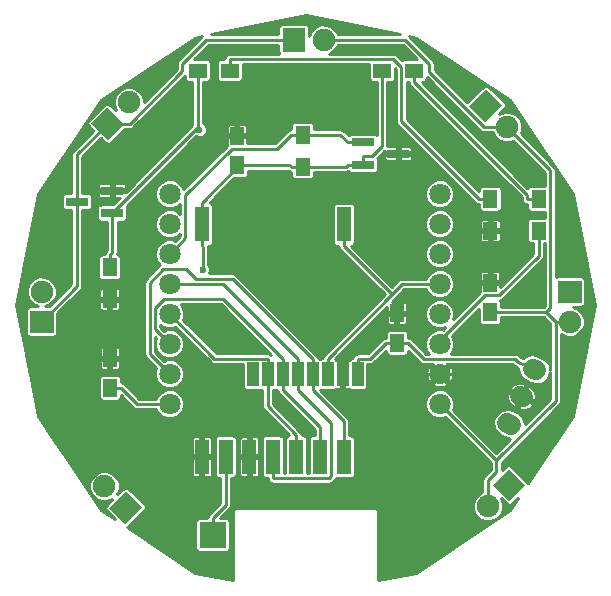
<source format=gtl>
G04 #@! TF.FileFunction,Copper,L1,Top,Signal*
%FSLAX46Y46*%
G04 Gerber Fmt 4.6, Leading zero omitted, Abs format (unit mm)*
G04 Created by KiCad (PCBNEW 4.0.4-stable) date Sunday 07 May 2017 'à' 19:16:10*
%MOMM*%
%LPD*%
G01*
G04 APERTURE LIST*
%ADD10C,0.100000*%
%ADD11R,1.200000X3.000000*%
%ADD12R,1.000000X2.000000*%
%ADD13R,1.500000X1.300000*%
%ADD14C,1.800000*%
%ADD15C,1.727200*%
%ADD16C,1.900000*%
%ADD17R,2.000000X1.900000*%
%ADD18R,1.900000X2.000000*%
%ADD19R,1.250000X1.500000*%
%ADD20R,2.235200X2.235200*%
%ADD21R,1.900000X0.800000*%
%ADD22R,1.300000X1.500000*%
%ADD23C,0.600000*%
%ADD24C,0.250000*%
%ADD25C,0.254000*%
G04 APERTURE END LIST*
D10*
D11*
X148000000Y-83700000D03*
X136000000Y-83700000D03*
X136000000Y-103400000D03*
X138000000Y-103400000D03*
X140000000Y-103400000D03*
X142000000Y-103400000D03*
X144000000Y-103400000D03*
X146000000Y-103400000D03*
X148000000Y-103400000D03*
D12*
X149180000Y-96405000D03*
X147910000Y-96405000D03*
X146640000Y-96405000D03*
X145370000Y-96405000D03*
X144100000Y-96405000D03*
X142830000Y-96405000D03*
X141560000Y-96405000D03*
X140290000Y-96405000D03*
D13*
X153950000Y-70700000D03*
X151250000Y-70700000D03*
X138350000Y-70700000D03*
X135650000Y-70700000D03*
D14*
X156130000Y-81140000D03*
X156130000Y-83680000D03*
X156130000Y-86220000D03*
X156130000Y-88760000D03*
X156130000Y-91300000D03*
X156130000Y-93840000D03*
X156130000Y-96380000D03*
X156130000Y-98920000D03*
X133270000Y-98920000D03*
X133270000Y-96380000D03*
X133270000Y-93840000D03*
X133270000Y-91300000D03*
X133270000Y-88760000D03*
X133270000Y-86220000D03*
X133270000Y-83680000D03*
X133270000Y-81140000D03*
D15*
X162138121Y-100664407D02*
X161861879Y-100535593D01*
X163211571Y-98362385D02*
X162935329Y-98233571D01*
X164285022Y-96060363D02*
X164008780Y-95931549D01*
D10*
G36*
X160621142Y-105764645D02*
X161964645Y-104421142D01*
X163378858Y-105835355D01*
X162035355Y-107178858D01*
X160621142Y-105764645D01*
X160621142Y-105764645D01*
G37*
D16*
X160203949Y-107596051D03*
D17*
X167132000Y-89408000D03*
D16*
X167132000Y-91948000D03*
D10*
G36*
X159984645Y-75038858D02*
X158641142Y-73695355D01*
X160055355Y-72281142D01*
X161398858Y-73624645D01*
X159984645Y-75038858D01*
X159984645Y-75038858D01*
G37*
D16*
X161816051Y-75456051D03*
D18*
X143764000Y-68072000D03*
D16*
X146304000Y-68072000D03*
D10*
G36*
X129394858Y-75219355D02*
X128051355Y-76562858D01*
X126637142Y-75148645D01*
X127980645Y-73805142D01*
X129394858Y-75219355D01*
X129394858Y-75219355D01*
G37*
D16*
X129812051Y-73387949D03*
D17*
X122428000Y-91948000D03*
D16*
X122428000Y-89408000D03*
D10*
G36*
X129575355Y-106317142D02*
X130918858Y-107660645D01*
X129504645Y-109074858D01*
X128161142Y-107731355D01*
X129575355Y-106317142D01*
X129575355Y-106317142D01*
G37*
D16*
X127743949Y-105899949D03*
D19*
X152500000Y-93750000D03*
X152500000Y-91250000D03*
X138938000Y-78720000D03*
X138938000Y-76220000D03*
D20*
X136900000Y-110000000D03*
D21*
X128400000Y-82750000D03*
X128400000Y-80850000D03*
X125400000Y-81800000D03*
D22*
X144526000Y-78820000D03*
X144526000Y-76120000D03*
X128200000Y-87350000D03*
X128200000Y-90050000D03*
D21*
X149630000Y-76774000D03*
X149630000Y-78674000D03*
X152630000Y-77724000D03*
D19*
X160400000Y-91150000D03*
X160400000Y-88650000D03*
D22*
X160400000Y-84250000D03*
X160400000Y-81550000D03*
X164500000Y-84250000D03*
X164500000Y-81550000D03*
D19*
X128200000Y-97550000D03*
X128200000Y-95050000D03*
D23*
X154500000Y-110400000D03*
X130200000Y-101000000D03*
X152600000Y-87600000D03*
X152700000Y-82600000D03*
X140100000Y-67300000D03*
X148800000Y-67300000D03*
X157600000Y-70900000D03*
X150400000Y-68900000D03*
X131800000Y-70900000D03*
X127700000Y-78700000D03*
X122900000Y-85600000D03*
X167200000Y-98200000D03*
X159100000Y-94200000D03*
X163500000Y-92700000D03*
X164000000Y-88800000D03*
X167100000Y-85000000D03*
X163300000Y-78900000D03*
X146000000Y-93800000D03*
X143200000Y-99400000D03*
X135800000Y-91500000D03*
X139100000Y-94000000D03*
X134800000Y-106800000D03*
X156400000Y-106500000D03*
X156000000Y-75600000D03*
X133400000Y-74900000D03*
X141900000Y-72200000D03*
X142200000Y-86600000D03*
X125100000Y-93600000D03*
X124000000Y-99200000D03*
X149300000Y-71600000D03*
X136071600Y-87555100D03*
X135777800Y-75690000D03*
D24*
X136000000Y-83700000D02*
X136000000Y-81874700D01*
X151250000Y-77054000D02*
X151250000Y-70700000D01*
X150355300Y-77948700D02*
X151250000Y-77054000D01*
X149630000Y-77948700D02*
X150355300Y-77948700D01*
X149630000Y-78674000D02*
X149630000Y-77948700D01*
X148208700Y-78820000D02*
X148354700Y-78674000D01*
X144526000Y-78820000D02*
X148208700Y-78820000D01*
X149630000Y-78674000D02*
X148354700Y-78674000D01*
X138938000Y-78720000D02*
X139175600Y-78720000D01*
X139154700Y-78720000D02*
X136000000Y-81874700D01*
X139175600Y-78720000D02*
X139154700Y-78720000D01*
X143450700Y-78720000D02*
X143550700Y-78820000D01*
X139175600Y-78720000D02*
X143450700Y-78720000D01*
X144526000Y-78820000D02*
X143550700Y-78820000D01*
X136071600Y-85596900D02*
X136000000Y-85525300D01*
X136071600Y-87555100D02*
X136071600Y-85596900D01*
X136000000Y-83700000D02*
X136000000Y-85525300D01*
X164146900Y-95996000D02*
X162768800Y-95353400D01*
X162525300Y-95109900D02*
X162768800Y-95353400D01*
X154810200Y-95109900D02*
X162525300Y-95109900D01*
X153450300Y-93750000D02*
X154810200Y-95109900D01*
X152500000Y-93750000D02*
X153450300Y-93750000D01*
X150220000Y-95079700D02*
X151549700Y-93750000D01*
X149180000Y-95079700D02*
X150220000Y-95079700D01*
X149180000Y-96405000D02*
X149180000Y-95079700D01*
X152500000Y-93750000D02*
X151549700Y-93750000D01*
X130520300Y-98920000D02*
X133270000Y-98920000D01*
X129150300Y-97550000D02*
X130520300Y-98920000D01*
X128200000Y-97550000D02*
X129150300Y-97550000D01*
X128400000Y-80850000D02*
X128400000Y-81575300D01*
X140000000Y-103400000D02*
X140000000Y-105225300D01*
X136000000Y-103400000D02*
X136000000Y-101574700D01*
X131794900Y-97694600D02*
X129150300Y-95050000D01*
X133782300Y-97694600D02*
X131794900Y-97694600D01*
X136000000Y-99912300D02*
X133782300Y-97694600D01*
X136000000Y-101574700D02*
X136000000Y-99912300D01*
X140000000Y-103400000D02*
X140000000Y-101574700D01*
X136000000Y-101574700D02*
X140000000Y-101574700D01*
X128200000Y-95050000D02*
X128662400Y-95050000D01*
X128662400Y-95050000D02*
X129150300Y-95050000D01*
X128662400Y-91587700D02*
X128200000Y-91125300D01*
X128662400Y-95050000D02*
X128662400Y-91587700D01*
X128200000Y-90050000D02*
X128200000Y-91125300D01*
X136440300Y-76220000D02*
X138938000Y-76220000D01*
X130700700Y-81959600D02*
X136440300Y-76220000D01*
X130700700Y-86756500D02*
X130700700Y-81959600D01*
X128816600Y-88640600D02*
X130700700Y-86756500D01*
X128200000Y-88640600D02*
X128816600Y-88640600D01*
X128200000Y-90050000D02*
X128200000Y-88640600D01*
X127674700Y-81575300D02*
X128400000Y-81575300D01*
X127124600Y-82125400D02*
X127674700Y-81575300D01*
X127124600Y-88153400D02*
X127124600Y-82125400D01*
X127611800Y-88640600D02*
X127124600Y-88153400D01*
X128200000Y-88640600D02*
X127611800Y-88640600D01*
X154670300Y-90030000D02*
X153450300Y-91250000D01*
X158069700Y-90030000D02*
X154670300Y-90030000D01*
X159449700Y-88650000D02*
X158069700Y-90030000D01*
X160400000Y-88650000D02*
X159449700Y-88650000D01*
X152500000Y-91250000D02*
X153450300Y-91250000D01*
X160419900Y-96380000D02*
X156130000Y-96380000D01*
X161695300Y-97655400D02*
X160419900Y-96380000D01*
X163073500Y-98298000D02*
X161695300Y-97655400D01*
X160400000Y-88650000D02*
X160400000Y-84250000D01*
X154498500Y-77724000D02*
X152630000Y-77724000D01*
X159949200Y-83174700D02*
X154498500Y-77724000D01*
X160400000Y-83174700D02*
X159949200Y-83174700D01*
X160400000Y-84250000D02*
X160400000Y-83174700D01*
X151549700Y-91440000D02*
X151549700Y-91250000D01*
X147910000Y-95079700D02*
X151549700Y-91440000D01*
X147910000Y-96405000D02*
X147910000Y-95079700D01*
X152500000Y-91250000D02*
X151549700Y-91250000D01*
X147910000Y-96405000D02*
X147910000Y-97730300D01*
X149301400Y-99121700D02*
X147910000Y-97730300D01*
X149301400Y-104674700D02*
X149301400Y-99121700D01*
X148240600Y-105735500D02*
X149301400Y-104674700D01*
X140510200Y-105735500D02*
X148240600Y-105735500D01*
X140000000Y-105225300D02*
X140510200Y-105735500D01*
X152043100Y-96380000D02*
X156130000Y-96380000D01*
X149301400Y-99121700D02*
X152043100Y-96380000D01*
X125400000Y-88976000D02*
X125400000Y-81800000D01*
X122428000Y-91948000D02*
X125400000Y-88976000D01*
X125400000Y-77800000D02*
X128016000Y-75184000D01*
X125400000Y-81800000D02*
X125400000Y-77800000D01*
X136369700Y-68072000D02*
X143764000Y-68072000D01*
X134297600Y-70144100D02*
X136369700Y-68072000D01*
X134297600Y-70756100D02*
X134297600Y-70144100D01*
X129869700Y-75184000D02*
X134297600Y-70756100D01*
X128016000Y-75184000D02*
X129869700Y-75184000D01*
X160914500Y-103704500D02*
X160914500Y-103704400D01*
X160914500Y-104666700D02*
X160914500Y-103704500D01*
X160203900Y-105377300D02*
X160914500Y-104666700D01*
X160203900Y-107596100D02*
X160203900Y-105377300D01*
X160914500Y-103704400D02*
X156130000Y-98920000D01*
X167132000Y-91948000D02*
X165935000Y-91948000D01*
X165935000Y-98683900D02*
X160914500Y-103704400D01*
X165935000Y-91948000D02*
X165935000Y-98683900D01*
X159885500Y-75456100D02*
X161816100Y-75456100D01*
X155262400Y-70833000D02*
X159885500Y-75456100D01*
X155262400Y-70140300D02*
X155262400Y-70833000D01*
X153194100Y-68072000D02*
X155262400Y-70140300D01*
X146304000Y-68072000D02*
X153194100Y-68072000D01*
X165501800Y-90785200D02*
X165137000Y-91150000D01*
X165501800Y-79141800D02*
X165501800Y-90785200D01*
X161816100Y-75456100D02*
X165501800Y-79141800D01*
X160400000Y-91150000D02*
X165137000Y-91150000D01*
X165137000Y-91150000D02*
X165935000Y-91948000D01*
X138000000Y-107457100D02*
X138000000Y-103400000D01*
X136900000Y-108557100D02*
X138000000Y-107457100D01*
X136900000Y-110000000D02*
X136900000Y-108557100D01*
X128200000Y-87350000D02*
X128200000Y-86274700D01*
X128400000Y-86074700D02*
X128400000Y-82750000D01*
X128200000Y-86274700D02*
X128400000Y-86074700D01*
X135587800Y-75562200D02*
X135650000Y-75562200D01*
X128400000Y-82750000D02*
X135587800Y-75562200D01*
X135777800Y-75690000D02*
X135650000Y-75562200D01*
X135650000Y-75562200D02*
X135650000Y-70700000D01*
X149630000Y-76774000D02*
X148354700Y-76774000D01*
X147700700Y-76120000D02*
X148354700Y-76774000D01*
X144526000Y-76120000D02*
X147700700Y-76120000D01*
X134584600Y-84905400D02*
X133270000Y-86220000D01*
X134584600Y-81229400D02*
X134584600Y-84905400D01*
X138518600Y-77295400D02*
X134584600Y-81229400D01*
X142375300Y-77295400D02*
X138518600Y-77295400D01*
X143550700Y-76120000D02*
X142375300Y-77295400D01*
X144526000Y-76120000D02*
X143550700Y-76120000D01*
X146640000Y-96405000D02*
X146640000Y-95079700D01*
X148000000Y-83700000D02*
X148000000Y-85525300D01*
X148000000Y-85525300D02*
X152097200Y-89622500D01*
X146640000Y-95079700D02*
X152097200Y-89622500D01*
X152959700Y-88760000D02*
X156130000Y-88760000D01*
X152097200Y-89622500D02*
X152959700Y-88760000D01*
X148000000Y-100360300D02*
X148000000Y-103400000D01*
X145370000Y-97730300D02*
X148000000Y-100360300D01*
X145370000Y-97067600D02*
X145370000Y-97730300D01*
X145370000Y-97067600D02*
X145370000Y-96405000D01*
X131562400Y-94672400D02*
X133270000Y-96380000D01*
X131562400Y-88670100D02*
X131562400Y-94672400D01*
X132723100Y-87509400D02*
X131562400Y-88670100D01*
X134657600Y-87509400D02*
X132723100Y-87509400D01*
X135457800Y-88309600D02*
X134657600Y-87509400D01*
X138599900Y-88309600D02*
X135457800Y-88309600D01*
X145370000Y-95079700D02*
X138599900Y-88309600D01*
X145370000Y-96405000D02*
X145370000Y-95079700D01*
X146766600Y-105225300D02*
X142000000Y-105225300D01*
X146941600Y-105050300D02*
X146766600Y-105225300D01*
X146941600Y-100571900D02*
X146941600Y-105050300D01*
X144100000Y-97730300D02*
X146941600Y-100571900D01*
X142000000Y-103400000D02*
X142000000Y-105225300D01*
X144100000Y-97067600D02*
X144100000Y-97730300D01*
X144100000Y-97067600D02*
X144100000Y-96405000D01*
X137780300Y-88760000D02*
X133270000Y-88760000D01*
X144100000Y-95079700D02*
X137780300Y-88760000D01*
X144100000Y-96405000D02*
X144100000Y-95079700D01*
X146000000Y-100900300D02*
X146000000Y-103400000D01*
X142830000Y-97730300D02*
X146000000Y-100900300D01*
X142830000Y-96955000D02*
X142830000Y-97730300D01*
X142830000Y-96955000D02*
X142830000Y-96405000D01*
X132033200Y-92603200D02*
X133270000Y-93840000D01*
X132033200Y-90799100D02*
X132033200Y-92603200D01*
X132802300Y-90030000D02*
X132033200Y-90799100D01*
X137780300Y-90030000D02*
X132802300Y-90030000D01*
X142830000Y-95079700D02*
X137780300Y-90030000D01*
X142830000Y-96405000D02*
X142830000Y-95079700D01*
X144000000Y-103400000D02*
X144000000Y-101574700D01*
X141560000Y-99134700D02*
X141560000Y-96405000D01*
X144000000Y-101574700D02*
X141560000Y-99134700D01*
X137049700Y-95079700D02*
X133270000Y-91300000D01*
X141560000Y-95079700D02*
X137049700Y-95079700D01*
X141560000Y-96405000D02*
X141560000Y-95079700D01*
X156130000Y-93536500D02*
X156130000Y-93840000D01*
X159941100Y-89725400D02*
X156130000Y-93536500D01*
X161167900Y-89725400D02*
X159941100Y-89725400D01*
X164500000Y-86393300D02*
X161167900Y-89725400D01*
X164500000Y-84250000D02*
X164500000Y-86393300D01*
X152199700Y-69724700D02*
X138350000Y-69724700D01*
X152874600Y-70399600D02*
X152199700Y-69724700D01*
X152874600Y-74999900D02*
X152874600Y-70399600D01*
X159424700Y-81550000D02*
X152874600Y-74999900D01*
X160400000Y-81550000D02*
X159424700Y-81550000D01*
X138350000Y-70700000D02*
X138350000Y-69724700D01*
X163524700Y-81250000D02*
X153950000Y-71675300D01*
X163524700Y-81550000D02*
X163524700Y-81250000D01*
X164500000Y-81550000D02*
X163524700Y-81550000D01*
X153950000Y-70700000D02*
X153950000Y-71675300D01*
D25*
G36*
X133977988Y-69824488D02*
X133880006Y-69971127D01*
X133845600Y-70144100D01*
X133845600Y-70568876D01*
X131089106Y-73325370D01*
X131089272Y-73135052D01*
X130895270Y-72665532D01*
X130536358Y-72305992D01*
X130067176Y-72111171D01*
X129559154Y-72110728D01*
X129089634Y-72304730D01*
X128730094Y-72663642D01*
X128535273Y-73132824D01*
X128534830Y-73640846D01*
X128708732Y-74061721D01*
X128216399Y-73569388D01*
X128114589Y-73499825D01*
X127985251Y-73471768D01*
X127855187Y-73496241D01*
X127744891Y-73569388D01*
X126401388Y-74912891D01*
X126331825Y-75014701D01*
X126303768Y-75144039D01*
X126328241Y-75274103D01*
X126401388Y-75384399D01*
X126788883Y-75771894D01*
X125080388Y-77480388D01*
X124982406Y-77627027D01*
X124948000Y-77800000D01*
X124948000Y-81066594D01*
X124450000Y-81066594D01*
X124328821Y-81089395D01*
X124217526Y-81161012D01*
X124142862Y-81270286D01*
X124116594Y-81400000D01*
X124116594Y-82200000D01*
X124139395Y-82321179D01*
X124211012Y-82432474D01*
X124320286Y-82507138D01*
X124450000Y-82533406D01*
X124948000Y-82533406D01*
X124948000Y-88788776D01*
X123072182Y-90664594D01*
X122730818Y-90664594D01*
X123150417Y-90491219D01*
X123509957Y-90132307D01*
X123704778Y-89663125D01*
X123705221Y-89155103D01*
X123511219Y-88685583D01*
X123152307Y-88326043D01*
X122683125Y-88131222D01*
X122175103Y-88130779D01*
X121705583Y-88324781D01*
X121346043Y-88683693D01*
X121151222Y-89152875D01*
X121150779Y-89660897D01*
X121344781Y-90130417D01*
X121703693Y-90489957D01*
X122124266Y-90664594D01*
X121428000Y-90664594D01*
X121306821Y-90687395D01*
X121195526Y-90759012D01*
X121120862Y-90868286D01*
X121094594Y-90998000D01*
X121094594Y-92898000D01*
X121117395Y-93019179D01*
X121189012Y-93130474D01*
X121298286Y-93205138D01*
X121428000Y-93231406D01*
X123428000Y-93231406D01*
X123549179Y-93208605D01*
X123660474Y-93136988D01*
X123735138Y-93027714D01*
X123761406Y-92898000D01*
X123761406Y-91253818D01*
X124781074Y-90234150D01*
X127321400Y-90234150D01*
X127321400Y-90845471D01*
X127356202Y-90929491D01*
X127420508Y-90993797D01*
X127504528Y-91028600D01*
X128015850Y-91028600D01*
X128073000Y-90971450D01*
X128073000Y-90177000D01*
X128327000Y-90177000D01*
X128327000Y-90971450D01*
X128384150Y-91028600D01*
X128895472Y-91028600D01*
X128979492Y-90993797D01*
X129043798Y-90929491D01*
X129078600Y-90845471D01*
X129078600Y-90234150D01*
X129021450Y-90177000D01*
X128327000Y-90177000D01*
X128073000Y-90177000D01*
X127378550Y-90177000D01*
X127321400Y-90234150D01*
X124781074Y-90234150D01*
X125719612Y-89295612D01*
X125747063Y-89254529D01*
X127321400Y-89254529D01*
X127321400Y-89865850D01*
X127378550Y-89923000D01*
X128073000Y-89923000D01*
X128073000Y-89128550D01*
X128327000Y-89128550D01*
X128327000Y-89923000D01*
X129021450Y-89923000D01*
X129078600Y-89865850D01*
X129078600Y-89254529D01*
X129043798Y-89170509D01*
X128979492Y-89106203D01*
X128895472Y-89071400D01*
X128384150Y-89071400D01*
X128327000Y-89128550D01*
X128073000Y-89128550D01*
X128015850Y-89071400D01*
X127504528Y-89071400D01*
X127420508Y-89106203D01*
X127356202Y-89170509D01*
X127321400Y-89254529D01*
X125747063Y-89254529D01*
X125817594Y-89148973D01*
X125852000Y-88976000D01*
X125852000Y-82533406D01*
X126350000Y-82533406D01*
X126471179Y-82510605D01*
X126582474Y-82438988D01*
X126657138Y-82329714D01*
X126683406Y-82200000D01*
X126683406Y-81400000D01*
X126660605Y-81278821D01*
X126588988Y-81167526D01*
X126479714Y-81092862D01*
X126350000Y-81066594D01*
X125852000Y-81066594D01*
X125852000Y-81034150D01*
X127221400Y-81034150D01*
X127221400Y-81295472D01*
X127256203Y-81379492D01*
X127320509Y-81443798D01*
X127404529Y-81478600D01*
X128215850Y-81478600D01*
X128273000Y-81421450D01*
X128273000Y-80977000D01*
X127278550Y-80977000D01*
X127221400Y-81034150D01*
X125852000Y-81034150D01*
X125852000Y-80404528D01*
X127221400Y-80404528D01*
X127221400Y-80665850D01*
X127278550Y-80723000D01*
X128273000Y-80723000D01*
X128273000Y-80278550D01*
X128527000Y-80278550D01*
X128527000Y-80723000D01*
X129521450Y-80723000D01*
X129578600Y-80665850D01*
X129578600Y-80404528D01*
X129543797Y-80320508D01*
X129479491Y-80256202D01*
X129395471Y-80221400D01*
X128584150Y-80221400D01*
X128527000Y-80278550D01*
X128273000Y-80278550D01*
X128215850Y-80221400D01*
X127404529Y-80221400D01*
X127320509Y-80256202D01*
X127256203Y-80320508D01*
X127221400Y-80404528D01*
X125852000Y-80404528D01*
X125852000Y-77987224D01*
X127428107Y-76411118D01*
X127815601Y-76798612D01*
X127917411Y-76868175D01*
X128046749Y-76896232D01*
X128176813Y-76871759D01*
X128287109Y-76798612D01*
X129449721Y-75636000D01*
X129869700Y-75636000D01*
X130042673Y-75601594D01*
X130189312Y-75503612D01*
X134566594Y-71126330D01*
X134566594Y-71350000D01*
X134589395Y-71471179D01*
X134661012Y-71582474D01*
X134770286Y-71657138D01*
X134900000Y-71683406D01*
X135198000Y-71683406D01*
X135198000Y-75312776D01*
X129527613Y-80983163D01*
X129521450Y-80977000D01*
X128527000Y-80977000D01*
X128527000Y-81421450D01*
X128584150Y-81478600D01*
X129032176Y-81478600D01*
X128494182Y-82016594D01*
X127450000Y-82016594D01*
X127328821Y-82039395D01*
X127217526Y-82111012D01*
X127142862Y-82220286D01*
X127116594Y-82350000D01*
X127116594Y-83150000D01*
X127139395Y-83271179D01*
X127211012Y-83382474D01*
X127320286Y-83457138D01*
X127450000Y-83483406D01*
X127948000Y-83483406D01*
X127948000Y-85887476D01*
X127880388Y-85955088D01*
X127782406Y-86101727D01*
X127749612Y-86266594D01*
X127550000Y-86266594D01*
X127428821Y-86289395D01*
X127317526Y-86361012D01*
X127242862Y-86470286D01*
X127216594Y-86600000D01*
X127216594Y-88100000D01*
X127239395Y-88221179D01*
X127311012Y-88332474D01*
X127420286Y-88407138D01*
X127550000Y-88433406D01*
X128850000Y-88433406D01*
X128971179Y-88410605D01*
X129082474Y-88338988D01*
X129157138Y-88229714D01*
X129183406Y-88100000D01*
X129183406Y-86600000D01*
X129160605Y-86478821D01*
X129088988Y-86367526D01*
X128979714Y-86292862D01*
X128850000Y-86266594D01*
X128804951Y-86266594D01*
X128817594Y-86247673D01*
X128852000Y-86074700D01*
X128852000Y-83483406D01*
X129350000Y-83483406D01*
X129471179Y-83460605D01*
X129582474Y-83388988D01*
X129657138Y-83279714D01*
X129683406Y-83150000D01*
X129683406Y-82350000D01*
X129660605Y-82228821D01*
X129621372Y-82167852D01*
X135525205Y-76264019D01*
X135652535Y-76316891D01*
X135901971Y-76317109D01*
X136132503Y-76221855D01*
X136309035Y-76045631D01*
X136404691Y-75815265D01*
X136404909Y-75565829D01*
X136346525Y-75424529D01*
X138084400Y-75424529D01*
X138084400Y-76035850D01*
X138141550Y-76093000D01*
X138811000Y-76093000D01*
X138811000Y-75298550D01*
X139065000Y-75298550D01*
X139065000Y-76093000D01*
X139734450Y-76093000D01*
X139791600Y-76035850D01*
X139791600Y-75424529D01*
X139756798Y-75340509D01*
X139692492Y-75276203D01*
X139608472Y-75241400D01*
X139122150Y-75241400D01*
X139065000Y-75298550D01*
X138811000Y-75298550D01*
X138753850Y-75241400D01*
X138267528Y-75241400D01*
X138183508Y-75276203D01*
X138119202Y-75340509D01*
X138084400Y-75424529D01*
X136346525Y-75424529D01*
X136309655Y-75335297D01*
X136133431Y-75158765D01*
X136102000Y-75145714D01*
X136102000Y-71683406D01*
X136400000Y-71683406D01*
X136521179Y-71660605D01*
X136632474Y-71588988D01*
X136707138Y-71479714D01*
X136733406Y-71350000D01*
X136733406Y-70050000D01*
X136710605Y-69928821D01*
X136638988Y-69817526D01*
X136529714Y-69742862D01*
X136400000Y-69716594D01*
X135364330Y-69716594D01*
X136556924Y-68524000D01*
X142480594Y-68524000D01*
X142480594Y-69072000D01*
X142503395Y-69193179D01*
X142554566Y-69272700D01*
X138350000Y-69272700D01*
X138177027Y-69307106D01*
X138030388Y-69405088D01*
X137932406Y-69551727D01*
X137899612Y-69716594D01*
X137600000Y-69716594D01*
X137478821Y-69739395D01*
X137367526Y-69811012D01*
X137292862Y-69920286D01*
X137266594Y-70050000D01*
X137266594Y-71350000D01*
X137289395Y-71471179D01*
X137361012Y-71582474D01*
X137470286Y-71657138D01*
X137600000Y-71683406D01*
X139100000Y-71683406D01*
X139221179Y-71660605D01*
X139332474Y-71588988D01*
X139407138Y-71479714D01*
X139433406Y-71350000D01*
X139433406Y-70176700D01*
X150166594Y-70176700D01*
X150166594Y-71350000D01*
X150189395Y-71471179D01*
X150261012Y-71582474D01*
X150370286Y-71657138D01*
X150500000Y-71683406D01*
X150798000Y-71683406D01*
X150798000Y-76127185D01*
X150709714Y-76066862D01*
X150580000Y-76040594D01*
X148680000Y-76040594D01*
X148558821Y-76063395D01*
X148447526Y-76135012D01*
X148409942Y-76190018D01*
X148020312Y-75800388D01*
X147873673Y-75702406D01*
X147700700Y-75668000D01*
X145509406Y-75668000D01*
X145509406Y-75370000D01*
X145486605Y-75248821D01*
X145414988Y-75137526D01*
X145305714Y-75062862D01*
X145176000Y-75036594D01*
X143876000Y-75036594D01*
X143754821Y-75059395D01*
X143643526Y-75131012D01*
X143568862Y-75240286D01*
X143542594Y-75370000D01*
X143542594Y-75669612D01*
X143377727Y-75702406D01*
X143231088Y-75800387D01*
X142188076Y-76843400D01*
X139791600Y-76843400D01*
X139791600Y-76404150D01*
X139734450Y-76347000D01*
X139065000Y-76347000D01*
X139065000Y-76367000D01*
X138811000Y-76367000D01*
X138811000Y-76347000D01*
X138141550Y-76347000D01*
X138084400Y-76404150D01*
X138084400Y-77015471D01*
X138106339Y-77068437D01*
X134433051Y-80741725D01*
X134310806Y-80445869D01*
X133965947Y-80100407D01*
X133515136Y-79913214D01*
X133027005Y-79912788D01*
X132575869Y-80099194D01*
X132230407Y-80444053D01*
X132043214Y-80894864D01*
X132042788Y-81382995D01*
X132229194Y-81834131D01*
X132574053Y-82179593D01*
X133024864Y-82366786D01*
X133512995Y-82367212D01*
X133964131Y-82180806D01*
X134132600Y-82012631D01*
X134132600Y-82807351D01*
X133965947Y-82640407D01*
X133515136Y-82453214D01*
X133027005Y-82452788D01*
X132575869Y-82639194D01*
X132230407Y-82984053D01*
X132043214Y-83434864D01*
X132042788Y-83922995D01*
X132229194Y-84374131D01*
X132574053Y-84719593D01*
X133024864Y-84906786D01*
X133512995Y-84907212D01*
X133964131Y-84720806D01*
X134132600Y-84552631D01*
X134132600Y-84718176D01*
X133757093Y-85093683D01*
X133515136Y-84993214D01*
X133027005Y-84992788D01*
X132575869Y-85179194D01*
X132230407Y-85524053D01*
X132043214Y-85974864D01*
X132042788Y-86462995D01*
X132229194Y-86914131D01*
X132464004Y-87149352D01*
X132403488Y-87189788D01*
X131242788Y-88350488D01*
X131144806Y-88497127D01*
X131110400Y-88670100D01*
X131110400Y-94672400D01*
X131144806Y-94845373D01*
X131242788Y-94992012D01*
X132143683Y-95892907D01*
X132043214Y-96134864D01*
X132042788Y-96622995D01*
X132229194Y-97074131D01*
X132574053Y-97419593D01*
X133024864Y-97606786D01*
X133512995Y-97607212D01*
X133964131Y-97420806D01*
X134309593Y-97075947D01*
X134496786Y-96625136D01*
X134497212Y-96137005D01*
X134310806Y-95685869D01*
X133965947Y-95340407D01*
X133515136Y-95153214D01*
X133027005Y-95152788D01*
X132782882Y-95253658D01*
X132014400Y-94485176D01*
X132014400Y-93223624D01*
X132143683Y-93352907D01*
X132043214Y-93594864D01*
X132042788Y-94082995D01*
X132229194Y-94534131D01*
X132574053Y-94879593D01*
X133024864Y-95066786D01*
X133512995Y-95067212D01*
X133964131Y-94880806D01*
X134309593Y-94535947D01*
X134496786Y-94085136D01*
X134497212Y-93597005D01*
X134310806Y-93145869D01*
X133965947Y-92800407D01*
X133515136Y-92613214D01*
X133027005Y-92612788D01*
X132782882Y-92713658D01*
X132485200Y-92415976D01*
X132485200Y-92250585D01*
X132574053Y-92339593D01*
X133024864Y-92526786D01*
X133512995Y-92527212D01*
X133757118Y-92426342D01*
X136730088Y-95399312D01*
X136876727Y-95497294D01*
X137049700Y-95531700D01*
X139456594Y-95531700D01*
X139456594Y-97405000D01*
X139479395Y-97526179D01*
X139551012Y-97637474D01*
X139660286Y-97712138D01*
X139790000Y-97738406D01*
X140790000Y-97738406D01*
X140911179Y-97715605D01*
X140923632Y-97707592D01*
X140930286Y-97712138D01*
X141060000Y-97738406D01*
X141108000Y-97738406D01*
X141108000Y-99134700D01*
X141142406Y-99307673D01*
X141240388Y-99454312D01*
X143360165Y-101574089D01*
X143278821Y-101589395D01*
X143167526Y-101661012D01*
X143092862Y-101770286D01*
X143066594Y-101900000D01*
X143066594Y-104773300D01*
X142933406Y-104773300D01*
X142933406Y-101900000D01*
X142910605Y-101778821D01*
X142838988Y-101667526D01*
X142729714Y-101592862D01*
X142600000Y-101566594D01*
X141400000Y-101566594D01*
X141278821Y-101589395D01*
X141167526Y-101661012D01*
X141092862Y-101770286D01*
X141066594Y-101900000D01*
X141066594Y-104900000D01*
X141089395Y-105021179D01*
X141161012Y-105132474D01*
X141270286Y-105207138D01*
X141400000Y-105233406D01*
X141549612Y-105233406D01*
X141582406Y-105398273D01*
X141680388Y-105544912D01*
X141827027Y-105642894D01*
X142000000Y-105677300D01*
X146766600Y-105677300D01*
X146939573Y-105642894D01*
X147086212Y-105544912D01*
X147261212Y-105369913D01*
X147358094Y-105224920D01*
X147400000Y-105233406D01*
X148600000Y-105233406D01*
X148721179Y-105210605D01*
X148832474Y-105138988D01*
X148907138Y-105029714D01*
X148933406Y-104900000D01*
X148933406Y-101900000D01*
X148910605Y-101778821D01*
X148838988Y-101667526D01*
X148729714Y-101592862D01*
X148600000Y-101566594D01*
X148452000Y-101566594D01*
X148452000Y-100360300D01*
X148417594Y-100187327D01*
X148319612Y-100040688D01*
X145993217Y-97714293D01*
X146003632Y-97707592D01*
X146010286Y-97712138D01*
X146140000Y-97738406D01*
X147140000Y-97738406D01*
X147261179Y-97715605D01*
X147372474Y-97643988D01*
X147379572Y-97633600D01*
X147725850Y-97633600D01*
X147783000Y-97576450D01*
X147783000Y-96532000D01*
X147763000Y-96532000D01*
X147763000Y-96278000D01*
X147783000Y-96278000D01*
X147783000Y-95233550D01*
X147725850Y-95176400D01*
X147381481Y-95176400D01*
X147378988Y-95172526D01*
X147269714Y-95097862D01*
X147262519Y-95096405D01*
X150924774Y-91434150D01*
X151646400Y-91434150D01*
X151646400Y-92045471D01*
X151681202Y-92129491D01*
X151745508Y-92193797D01*
X151829528Y-92228600D01*
X152315850Y-92228600D01*
X152373000Y-92171450D01*
X152373000Y-91377000D01*
X152627000Y-91377000D01*
X152627000Y-92171450D01*
X152684150Y-92228600D01*
X153170472Y-92228600D01*
X153254492Y-92193797D01*
X153318798Y-92129491D01*
X153353600Y-92045471D01*
X153353600Y-91434150D01*
X153296450Y-91377000D01*
X152627000Y-91377000D01*
X152373000Y-91377000D01*
X151703550Y-91377000D01*
X151646400Y-91434150D01*
X150924774Y-91434150D01*
X151646400Y-90712524D01*
X151646400Y-91065850D01*
X151703550Y-91123000D01*
X152373000Y-91123000D01*
X152373000Y-90328550D01*
X152627000Y-90328550D01*
X152627000Y-91123000D01*
X153296450Y-91123000D01*
X153353600Y-91065850D01*
X153353600Y-90454529D01*
X153318798Y-90370509D01*
X153254492Y-90306203D01*
X153170472Y-90271400D01*
X152684150Y-90271400D01*
X152627000Y-90328550D01*
X152373000Y-90328550D01*
X152315850Y-90271400D01*
X152087524Y-90271400D01*
X153146924Y-89212000D01*
X154989147Y-89212000D01*
X155089194Y-89454131D01*
X155434053Y-89799593D01*
X155884864Y-89986786D01*
X156372995Y-89987212D01*
X156824131Y-89800806D01*
X157169593Y-89455947D01*
X157356786Y-89005136D01*
X157357212Y-88517005D01*
X157170806Y-88065869D01*
X156959835Y-87854529D01*
X159546400Y-87854529D01*
X159546400Y-88465850D01*
X159603550Y-88523000D01*
X160273000Y-88523000D01*
X160273000Y-87728550D01*
X160527000Y-87728550D01*
X160527000Y-88523000D01*
X161196450Y-88523000D01*
X161253600Y-88465850D01*
X161253600Y-87854529D01*
X161218798Y-87770509D01*
X161154492Y-87706203D01*
X161070472Y-87671400D01*
X160584150Y-87671400D01*
X160527000Y-87728550D01*
X160273000Y-87728550D01*
X160215850Y-87671400D01*
X159729528Y-87671400D01*
X159645508Y-87706203D01*
X159581202Y-87770509D01*
X159546400Y-87854529D01*
X156959835Y-87854529D01*
X156825947Y-87720407D01*
X156375136Y-87533214D01*
X155887005Y-87532788D01*
X155435869Y-87719194D01*
X155090407Y-88064053D01*
X154989111Y-88308000D01*
X152959700Y-88308000D01*
X152803911Y-88338988D01*
X152786727Y-88342406D01*
X152640088Y-88440388D01*
X152097200Y-88983276D01*
X149576919Y-86462995D01*
X154902788Y-86462995D01*
X155089194Y-86914131D01*
X155434053Y-87259593D01*
X155884864Y-87446786D01*
X156372995Y-87447212D01*
X156824131Y-87260806D01*
X157169593Y-86915947D01*
X157356786Y-86465136D01*
X157357212Y-85977005D01*
X157170806Y-85525869D01*
X156825947Y-85180407D01*
X156375136Y-84993214D01*
X155887005Y-84992788D01*
X155435869Y-85179194D01*
X155090407Y-85524053D01*
X154903214Y-85974864D01*
X154902788Y-86462995D01*
X149576919Y-86462995D01*
X148639835Y-85525911D01*
X148721179Y-85510605D01*
X148832474Y-85438988D01*
X148907138Y-85329714D01*
X148933406Y-85200000D01*
X148933406Y-83922995D01*
X154902788Y-83922995D01*
X155089194Y-84374131D01*
X155434053Y-84719593D01*
X155884864Y-84906786D01*
X156372995Y-84907212D01*
X156824131Y-84720806D01*
X157111288Y-84434150D01*
X159521400Y-84434150D01*
X159521400Y-85045471D01*
X159556202Y-85129491D01*
X159620508Y-85193797D01*
X159704528Y-85228600D01*
X160215850Y-85228600D01*
X160273000Y-85171450D01*
X160273000Y-84377000D01*
X160527000Y-84377000D01*
X160527000Y-85171450D01*
X160584150Y-85228600D01*
X161095472Y-85228600D01*
X161179492Y-85193797D01*
X161243798Y-85129491D01*
X161278600Y-85045471D01*
X161278600Y-84434150D01*
X161221450Y-84377000D01*
X160527000Y-84377000D01*
X160273000Y-84377000D01*
X159578550Y-84377000D01*
X159521400Y-84434150D01*
X157111288Y-84434150D01*
X157169593Y-84375947D01*
X157356786Y-83925136D01*
X157357196Y-83454529D01*
X159521400Y-83454529D01*
X159521400Y-84065850D01*
X159578550Y-84123000D01*
X160273000Y-84123000D01*
X160273000Y-83328550D01*
X160527000Y-83328550D01*
X160527000Y-84123000D01*
X161221450Y-84123000D01*
X161278600Y-84065850D01*
X161278600Y-83454529D01*
X161243798Y-83370509D01*
X161179492Y-83306203D01*
X161095472Y-83271400D01*
X160584150Y-83271400D01*
X160527000Y-83328550D01*
X160273000Y-83328550D01*
X160215850Y-83271400D01*
X159704528Y-83271400D01*
X159620508Y-83306203D01*
X159556202Y-83370509D01*
X159521400Y-83454529D01*
X157357196Y-83454529D01*
X157357212Y-83437005D01*
X157170806Y-82985869D01*
X156825947Y-82640407D01*
X156375136Y-82453214D01*
X155887005Y-82452788D01*
X155435869Y-82639194D01*
X155090407Y-82984053D01*
X154903214Y-83434864D01*
X154902788Y-83922995D01*
X148933406Y-83922995D01*
X148933406Y-82200000D01*
X148910605Y-82078821D01*
X148838988Y-81967526D01*
X148729714Y-81892862D01*
X148600000Y-81866594D01*
X147400000Y-81866594D01*
X147278821Y-81889395D01*
X147167526Y-81961012D01*
X147092862Y-82070286D01*
X147066594Y-82200000D01*
X147066594Y-85200000D01*
X147089395Y-85321179D01*
X147161012Y-85432474D01*
X147270286Y-85507138D01*
X147400000Y-85533406D01*
X147549612Y-85533406D01*
X147582406Y-85698273D01*
X147680388Y-85844912D01*
X151457976Y-89622500D01*
X146320388Y-94760088D01*
X146222406Y-94906727D01*
X146189612Y-95071594D01*
X146140000Y-95071594D01*
X146018821Y-95094395D01*
X146006368Y-95102408D01*
X145999714Y-95097862D01*
X145870000Y-95071594D01*
X145820388Y-95071594D01*
X145787594Y-94906727D01*
X145689612Y-94760088D01*
X138919512Y-87989988D01*
X138772873Y-87892006D01*
X138599900Y-87857600D01*
X136624897Y-87857600D01*
X136698491Y-87680365D01*
X136698709Y-87430929D01*
X136603455Y-87200397D01*
X136523600Y-87120402D01*
X136523600Y-85596900D01*
X136510970Y-85533406D01*
X136600000Y-85533406D01*
X136721179Y-85510605D01*
X136832474Y-85438988D01*
X136907138Y-85329714D01*
X136933406Y-85200000D01*
X136933406Y-82200000D01*
X136910605Y-82078821D01*
X136838988Y-81967526D01*
X136729714Y-81892862D01*
X136639360Y-81874565D01*
X137130930Y-81382995D01*
X154902788Y-81382995D01*
X155089194Y-81834131D01*
X155434053Y-82179593D01*
X155884864Y-82366786D01*
X156372995Y-82367212D01*
X156824131Y-82180806D01*
X157169593Y-81835947D01*
X157356786Y-81385136D01*
X157357212Y-80897005D01*
X157170806Y-80445869D01*
X156825947Y-80100407D01*
X156375136Y-79913214D01*
X155887005Y-79912788D01*
X155435869Y-80099194D01*
X155090407Y-80444053D01*
X154903214Y-80894864D01*
X154902788Y-81382995D01*
X137130930Y-81382995D01*
X138710519Y-79803406D01*
X139563000Y-79803406D01*
X139684179Y-79780605D01*
X139795474Y-79708988D01*
X139870138Y-79599714D01*
X139896406Y-79470000D01*
X139896406Y-79172000D01*
X143279559Y-79172000D01*
X143314249Y-79195179D01*
X143377727Y-79237594D01*
X143542594Y-79270388D01*
X143542594Y-79570000D01*
X143565395Y-79691179D01*
X143637012Y-79802474D01*
X143746286Y-79877138D01*
X143876000Y-79903406D01*
X145176000Y-79903406D01*
X145297179Y-79880605D01*
X145408474Y-79808988D01*
X145483138Y-79699714D01*
X145509406Y-79570000D01*
X145509406Y-79272000D01*
X148208700Y-79272000D01*
X148381673Y-79237594D01*
X148392174Y-79230578D01*
X148441012Y-79306474D01*
X148550286Y-79381138D01*
X148680000Y-79407406D01*
X150580000Y-79407406D01*
X150701179Y-79384605D01*
X150812474Y-79312988D01*
X150887138Y-79203714D01*
X150913406Y-79074000D01*
X150913406Y-78274000D01*
X150890605Y-78152821D01*
X150851372Y-78091852D01*
X151035074Y-77908150D01*
X151451400Y-77908150D01*
X151451400Y-78169472D01*
X151486203Y-78253492D01*
X151550509Y-78317798D01*
X151634529Y-78352600D01*
X152445850Y-78352600D01*
X152503000Y-78295450D01*
X152503000Y-77851000D01*
X152757000Y-77851000D01*
X152757000Y-78295450D01*
X152814150Y-78352600D01*
X153625471Y-78352600D01*
X153709491Y-78317798D01*
X153773797Y-78253492D01*
X153808600Y-78169472D01*
X153808600Y-77908150D01*
X153751450Y-77851000D01*
X152757000Y-77851000D01*
X152503000Y-77851000D01*
X151508550Y-77851000D01*
X151451400Y-77908150D01*
X151035074Y-77908150D01*
X151451400Y-77491824D01*
X151451400Y-77539850D01*
X151508550Y-77597000D01*
X152503000Y-77597000D01*
X152503000Y-77152550D01*
X152757000Y-77152550D01*
X152757000Y-77597000D01*
X153751450Y-77597000D01*
X153808600Y-77539850D01*
X153808600Y-77278528D01*
X153773797Y-77194508D01*
X153709491Y-77130202D01*
X153625471Y-77095400D01*
X152814150Y-77095400D01*
X152757000Y-77152550D01*
X152503000Y-77152550D01*
X152445850Y-77095400D01*
X151693765Y-77095400D01*
X151702000Y-77054000D01*
X151702000Y-71683406D01*
X152000000Y-71683406D01*
X152121179Y-71660605D01*
X152232474Y-71588988D01*
X152307138Y-71479714D01*
X152333406Y-71350000D01*
X152333406Y-70497630D01*
X152422600Y-70586824D01*
X152422600Y-74999900D01*
X152457006Y-75172873D01*
X152554988Y-75319512D01*
X159105088Y-81869612D01*
X159251727Y-81967594D01*
X159416594Y-82000388D01*
X159416594Y-82300000D01*
X159439395Y-82421179D01*
X159511012Y-82532474D01*
X159620286Y-82607138D01*
X159750000Y-82633406D01*
X161050000Y-82633406D01*
X161171179Y-82610605D01*
X161282474Y-82538988D01*
X161357138Y-82429714D01*
X161383406Y-82300000D01*
X161383406Y-80800000D01*
X161360605Y-80678821D01*
X161288988Y-80567526D01*
X161179714Y-80492862D01*
X161050000Y-80466594D01*
X159750000Y-80466594D01*
X159628821Y-80489395D01*
X159517526Y-80561012D01*
X159442862Y-80670286D01*
X159416594Y-80800000D01*
X159416594Y-80902670D01*
X153326600Y-74812676D01*
X153326600Y-71683406D01*
X153499612Y-71683406D01*
X153532406Y-71848273D01*
X153630388Y-71994912D01*
X163072700Y-81437225D01*
X163072700Y-81550000D01*
X163107106Y-81722973D01*
X163205088Y-81869612D01*
X163351727Y-81967594D01*
X163516594Y-82000388D01*
X163516594Y-82300000D01*
X163539395Y-82421179D01*
X163611012Y-82532474D01*
X163720286Y-82607138D01*
X163850000Y-82633406D01*
X165049800Y-82633406D01*
X165049800Y-83166594D01*
X163850000Y-83166594D01*
X163728821Y-83189395D01*
X163617526Y-83261012D01*
X163542862Y-83370286D01*
X163516594Y-83500000D01*
X163516594Y-85000000D01*
X163539395Y-85121179D01*
X163611012Y-85232474D01*
X163720286Y-85307138D01*
X163850000Y-85333406D01*
X164048000Y-85333406D01*
X164048000Y-86206076D01*
X161253600Y-89000476D01*
X161253600Y-88834150D01*
X161196450Y-88777000D01*
X160527000Y-88777000D01*
X160527000Y-88797000D01*
X160273000Y-88797000D01*
X160273000Y-88777000D01*
X159603550Y-88777000D01*
X159546400Y-88834150D01*
X159546400Y-89445471D01*
X159556770Y-89470506D01*
X157267773Y-91759503D01*
X157356786Y-91545136D01*
X157357212Y-91057005D01*
X157170806Y-90605869D01*
X156825947Y-90260407D01*
X156375136Y-90073214D01*
X155887005Y-90072788D01*
X155435869Y-90259194D01*
X155090407Y-90604053D01*
X154903214Y-91054864D01*
X154902788Y-91542995D01*
X155089194Y-91994131D01*
X155434053Y-92339593D01*
X155884864Y-92526786D01*
X156372995Y-92527212D01*
X156589538Y-92437738D01*
X156402641Y-92624635D01*
X156375136Y-92613214D01*
X155887005Y-92612788D01*
X155435869Y-92799194D01*
X155090407Y-93144053D01*
X154903214Y-93594864D01*
X154902788Y-94082995D01*
X155089194Y-94534131D01*
X155212747Y-94657900D01*
X154997424Y-94657900D01*
X153769912Y-93430388D01*
X153623273Y-93332406D01*
X153458406Y-93299612D01*
X153458406Y-93000000D01*
X153435605Y-92878821D01*
X153363988Y-92767526D01*
X153254714Y-92692862D01*
X153125000Y-92666594D01*
X151875000Y-92666594D01*
X151753821Y-92689395D01*
X151642526Y-92761012D01*
X151567862Y-92870286D01*
X151541594Y-93000000D01*
X151541594Y-93299612D01*
X151376727Y-93332406D01*
X151230088Y-93430388D01*
X150032776Y-94627700D01*
X149180000Y-94627700D01*
X149007027Y-94662106D01*
X148860388Y-94760088D01*
X148762406Y-94906727D01*
X148729612Y-95071594D01*
X148680000Y-95071594D01*
X148558821Y-95094395D01*
X148447526Y-95166012D01*
X148440428Y-95176400D01*
X148094150Y-95176400D01*
X148037000Y-95233550D01*
X148037000Y-96278000D01*
X148057000Y-96278000D01*
X148057000Y-96532000D01*
X148037000Y-96532000D01*
X148037000Y-97576450D01*
X148094150Y-97633600D01*
X148438519Y-97633600D01*
X148441012Y-97637474D01*
X148550286Y-97712138D01*
X148680000Y-97738406D01*
X149680000Y-97738406D01*
X149801179Y-97715605D01*
X149849759Y-97684344D01*
X162058016Y-97684344D01*
X163012021Y-98129204D01*
X163396402Y-97304897D01*
X163261202Y-97189266D01*
X162836758Y-97144053D01*
X162427320Y-97264708D01*
X162107014Y-97521676D01*
X162058016Y-97684344D01*
X149849759Y-97684344D01*
X149912474Y-97643988D01*
X149987138Y-97534714D01*
X150013406Y-97405000D01*
X150013406Y-97237834D01*
X155451771Y-97237834D01*
X155560507Y-97379906D01*
X155986504Y-97521729D01*
X156434347Y-97489733D01*
X156699493Y-97379906D01*
X156808229Y-97237834D01*
X156130000Y-96559605D01*
X155451771Y-97237834D01*
X150013406Y-97237834D01*
X150013406Y-96236504D01*
X154988271Y-96236504D01*
X155020267Y-96684347D01*
X155130094Y-96949493D01*
X155272166Y-97058229D01*
X155950395Y-96380000D01*
X156309605Y-96380000D01*
X156987834Y-97058229D01*
X157129906Y-96949493D01*
X157271729Y-96523496D01*
X157239733Y-96075653D01*
X157129906Y-95810507D01*
X156987834Y-95701771D01*
X156309605Y-96380000D01*
X155950395Y-96380000D01*
X155272166Y-95701771D01*
X155130094Y-95810507D01*
X154988271Y-96236504D01*
X150013406Y-96236504D01*
X150013406Y-95531700D01*
X150220000Y-95531700D01*
X150392973Y-95497294D01*
X150539612Y-95399312D01*
X151541594Y-94397330D01*
X151541594Y-94500000D01*
X151564395Y-94621179D01*
X151636012Y-94732474D01*
X151745286Y-94807138D01*
X151875000Y-94833406D01*
X153125000Y-94833406D01*
X153246179Y-94810605D01*
X153357474Y-94738988D01*
X153432138Y-94629714D01*
X153458406Y-94500000D01*
X153458406Y-94397330D01*
X154490588Y-95429512D01*
X154637227Y-95527494D01*
X154810200Y-95561900D01*
X155491505Y-95561900D01*
X156130000Y-96200395D01*
X156768495Y-95561900D01*
X162338076Y-95561900D01*
X162449188Y-95673012D01*
X162514464Y-95716628D01*
X162577781Y-95763053D01*
X162796331Y-95864962D01*
X162795467Y-95868493D01*
X162866135Y-96327635D01*
X163107129Y-96724784D01*
X163481762Y-96999478D01*
X163805696Y-97150532D01*
X164256931Y-97260950D01*
X164716074Y-97190282D01*
X165113223Y-96949288D01*
X165387917Y-96574655D01*
X165483000Y-96186087D01*
X165483000Y-98496676D01*
X163338200Y-100641476D01*
X163280766Y-100268321D01*
X163039772Y-99871172D01*
X162665139Y-99596478D01*
X162341205Y-99445424D01*
X161889969Y-99335006D01*
X161430827Y-99405674D01*
X161033678Y-99646668D01*
X160758984Y-100021301D01*
X160648566Y-100472537D01*
X160719234Y-100931679D01*
X160960228Y-101328828D01*
X161334861Y-101603522D01*
X161658795Y-101754576D01*
X162110030Y-101864994D01*
X162115528Y-101864148D01*
X160914497Y-103065179D01*
X157256322Y-99407080D01*
X157304498Y-99291059D01*
X162750498Y-99291059D01*
X162885698Y-99406690D01*
X163310142Y-99451903D01*
X163719580Y-99331248D01*
X164039886Y-99074280D01*
X164088884Y-98911612D01*
X163134879Y-98466752D01*
X162750498Y-99291059D01*
X157304498Y-99291059D01*
X157356786Y-99165136D01*
X157357212Y-98677005D01*
X157170806Y-98225869D01*
X157001875Y-98056642D01*
X161857555Y-98056642D01*
X161866595Y-98467187D01*
X162037349Y-98858390D01*
X162344812Y-99154471D01*
X162520295Y-99183714D01*
X162904676Y-98359407D01*
X162641207Y-98236549D01*
X163242224Y-98236549D01*
X164196229Y-98681410D01*
X164289345Y-98539314D01*
X164280305Y-98128769D01*
X164109551Y-97737566D01*
X163802088Y-97441485D01*
X163626605Y-97412242D01*
X163242224Y-98236549D01*
X162641207Y-98236549D01*
X161950671Y-97914546D01*
X161857555Y-98056642D01*
X157001875Y-98056642D01*
X156825947Y-97880407D01*
X156375136Y-97693214D01*
X155887005Y-97692788D01*
X155435869Y-97879194D01*
X155090407Y-98224053D01*
X154903214Y-98674864D01*
X154902788Y-99162995D01*
X155089194Y-99614131D01*
X155434053Y-99959593D01*
X155884864Y-100146786D01*
X156372995Y-100147212D01*
X156617129Y-100046338D01*
X160462500Y-103891628D01*
X160462500Y-104479476D01*
X159884288Y-105057688D01*
X159786306Y-105204327D01*
X159751900Y-105377300D01*
X159751900Y-106401118D01*
X159481532Y-106512832D01*
X159121992Y-106871744D01*
X158927171Y-107340926D01*
X158926728Y-107848948D01*
X159120730Y-108318468D01*
X159479642Y-108678008D01*
X159948824Y-108872829D01*
X160456846Y-108873272D01*
X160926366Y-108679270D01*
X161285906Y-108320358D01*
X161480727Y-107851176D01*
X161481170Y-107343154D01*
X161307268Y-106922279D01*
X161799601Y-107414612D01*
X161901411Y-107484175D01*
X162030749Y-107512232D01*
X162160813Y-107487759D01*
X162271109Y-107414612D01*
X162762491Y-106923230D01*
X162117511Y-107888511D01*
X154162993Y-113203550D01*
X150901400Y-113852321D01*
X150901400Y-107899200D01*
X150892715Y-107853041D01*
X150865435Y-107810647D01*
X150823810Y-107782206D01*
X150774400Y-107772200D01*
X138785600Y-107772200D01*
X138739441Y-107780885D01*
X138697047Y-107808165D01*
X138668606Y-107849790D01*
X138658600Y-107899200D01*
X138658600Y-113852321D01*
X135397007Y-113203550D01*
X129655288Y-109367056D01*
X129740399Y-109310612D01*
X130168611Y-108882400D01*
X135448994Y-108882400D01*
X135448994Y-111117600D01*
X135471795Y-111238779D01*
X135543412Y-111350074D01*
X135652686Y-111424738D01*
X135782400Y-111451006D01*
X138017600Y-111451006D01*
X138138779Y-111428205D01*
X138250074Y-111356588D01*
X138324738Y-111247314D01*
X138351006Y-111117600D01*
X138351006Y-108882400D01*
X138328205Y-108761221D01*
X138256588Y-108649926D01*
X138147314Y-108575262D01*
X138017600Y-108548994D01*
X137547330Y-108548994D01*
X138319612Y-107776712D01*
X138417594Y-107630073D01*
X138452000Y-107457100D01*
X138452000Y-105233406D01*
X138600000Y-105233406D01*
X138721179Y-105210605D01*
X138832474Y-105138988D01*
X138907138Y-105029714D01*
X138933406Y-104900000D01*
X138933406Y-103584150D01*
X139171400Y-103584150D01*
X139171400Y-104945471D01*
X139206202Y-105029491D01*
X139270508Y-105093797D01*
X139354528Y-105128600D01*
X139815850Y-105128600D01*
X139873000Y-105071450D01*
X139873000Y-103527000D01*
X140127000Y-103527000D01*
X140127000Y-105071450D01*
X140184150Y-105128600D01*
X140645472Y-105128600D01*
X140729492Y-105093797D01*
X140793798Y-105029491D01*
X140828600Y-104945471D01*
X140828600Y-103584150D01*
X140771450Y-103527000D01*
X140127000Y-103527000D01*
X139873000Y-103527000D01*
X139228550Y-103527000D01*
X139171400Y-103584150D01*
X138933406Y-103584150D01*
X138933406Y-101900000D01*
X138924851Y-101854529D01*
X139171400Y-101854529D01*
X139171400Y-103215850D01*
X139228550Y-103273000D01*
X139873000Y-103273000D01*
X139873000Y-101728550D01*
X140127000Y-101728550D01*
X140127000Y-103273000D01*
X140771450Y-103273000D01*
X140828600Y-103215850D01*
X140828600Y-101854529D01*
X140793798Y-101770509D01*
X140729492Y-101706203D01*
X140645472Y-101671400D01*
X140184150Y-101671400D01*
X140127000Y-101728550D01*
X139873000Y-101728550D01*
X139815850Y-101671400D01*
X139354528Y-101671400D01*
X139270508Y-101706203D01*
X139206202Y-101770509D01*
X139171400Y-101854529D01*
X138924851Y-101854529D01*
X138910605Y-101778821D01*
X138838988Y-101667526D01*
X138729714Y-101592862D01*
X138600000Y-101566594D01*
X137400000Y-101566594D01*
X137278821Y-101589395D01*
X137167526Y-101661012D01*
X137092862Y-101770286D01*
X137066594Y-101900000D01*
X137066594Y-104900000D01*
X137089395Y-105021179D01*
X137161012Y-105132474D01*
X137270286Y-105207138D01*
X137400000Y-105233406D01*
X137548000Y-105233406D01*
X137548000Y-107269876D01*
X136580388Y-108237488D01*
X136482406Y-108384127D01*
X136449612Y-108548994D01*
X135782400Y-108548994D01*
X135661221Y-108571795D01*
X135549926Y-108643412D01*
X135475262Y-108752686D01*
X135448994Y-108882400D01*
X130168611Y-108882400D01*
X131154612Y-107896399D01*
X131224175Y-107794589D01*
X131252232Y-107665251D01*
X131227759Y-107535187D01*
X131154612Y-107424891D01*
X129811109Y-106081388D01*
X129709299Y-106011825D01*
X129579961Y-105983768D01*
X129449897Y-106008241D01*
X129339601Y-106081388D01*
X128846621Y-106574368D01*
X129020727Y-106155074D01*
X129021170Y-105647052D01*
X128827168Y-105177532D01*
X128468256Y-104817992D01*
X127999074Y-104623171D01*
X127491052Y-104622728D01*
X127021532Y-104816730D01*
X126661992Y-105175642D01*
X126467171Y-105644824D01*
X126466728Y-106152846D01*
X126660730Y-106622366D01*
X127019642Y-106981906D01*
X127488824Y-107176727D01*
X127996846Y-107177170D01*
X128417721Y-107003268D01*
X127925388Y-107495601D01*
X127855825Y-107597411D01*
X127827768Y-107726749D01*
X127852241Y-107856813D01*
X127925388Y-107967109D01*
X128660919Y-108702640D01*
X127442489Y-107888511D01*
X124566407Y-103584150D01*
X135171400Y-103584150D01*
X135171400Y-104945471D01*
X135206202Y-105029491D01*
X135270508Y-105093797D01*
X135354528Y-105128600D01*
X135815850Y-105128600D01*
X135873000Y-105071450D01*
X135873000Y-103527000D01*
X136127000Y-103527000D01*
X136127000Y-105071450D01*
X136184150Y-105128600D01*
X136645472Y-105128600D01*
X136729492Y-105093797D01*
X136793798Y-105029491D01*
X136828600Y-104945471D01*
X136828600Y-103584150D01*
X136771450Y-103527000D01*
X136127000Y-103527000D01*
X135873000Y-103527000D01*
X135228550Y-103527000D01*
X135171400Y-103584150D01*
X124566407Y-103584150D01*
X123410712Y-101854529D01*
X135171400Y-101854529D01*
X135171400Y-103215850D01*
X135228550Y-103273000D01*
X135873000Y-103273000D01*
X135873000Y-101728550D01*
X136127000Y-101728550D01*
X136127000Y-103273000D01*
X136771450Y-103273000D01*
X136828600Y-103215850D01*
X136828600Y-101854529D01*
X136793798Y-101770509D01*
X136729492Y-101706203D01*
X136645472Y-101671400D01*
X136184150Y-101671400D01*
X136127000Y-101728550D01*
X135873000Y-101728550D01*
X135815850Y-101671400D01*
X135354528Y-101671400D01*
X135270508Y-101706203D01*
X135206202Y-101770509D01*
X135171400Y-101854529D01*
X123410712Y-101854529D01*
X122127450Y-99933993D01*
X121504061Y-96800000D01*
X127241594Y-96800000D01*
X127241594Y-98300000D01*
X127264395Y-98421179D01*
X127336012Y-98532474D01*
X127445286Y-98607138D01*
X127575000Y-98633406D01*
X128825000Y-98633406D01*
X128946179Y-98610605D01*
X129057474Y-98538988D01*
X129132138Y-98429714D01*
X129158406Y-98300000D01*
X129158406Y-98197330D01*
X130200688Y-99239613D01*
X130302547Y-99307673D01*
X130347327Y-99337594D01*
X130520300Y-99372000D01*
X132129147Y-99372000D01*
X132229194Y-99614131D01*
X132574053Y-99959593D01*
X133024864Y-100146786D01*
X133512995Y-100147212D01*
X133964131Y-99960806D01*
X134309593Y-99615947D01*
X134496786Y-99165136D01*
X134497212Y-98677005D01*
X134310806Y-98225869D01*
X133965947Y-97880407D01*
X133515136Y-97693214D01*
X133027005Y-97692788D01*
X132575869Y-97879194D01*
X132230407Y-98224053D01*
X132129111Y-98468000D01*
X130707525Y-98468000D01*
X129469912Y-97230388D01*
X129323273Y-97132406D01*
X129158406Y-97099612D01*
X129158406Y-96800000D01*
X129135605Y-96678821D01*
X129063988Y-96567526D01*
X128954714Y-96492862D01*
X128825000Y-96466594D01*
X127575000Y-96466594D01*
X127453821Y-96489395D01*
X127342526Y-96561012D01*
X127267862Y-96670286D01*
X127241594Y-96800000D01*
X121504061Y-96800000D01*
X121192594Y-95234150D01*
X127346400Y-95234150D01*
X127346400Y-95845471D01*
X127381202Y-95929491D01*
X127445508Y-95993797D01*
X127529528Y-96028600D01*
X128015850Y-96028600D01*
X128073000Y-95971450D01*
X128073000Y-95177000D01*
X128327000Y-95177000D01*
X128327000Y-95971450D01*
X128384150Y-96028600D01*
X128870472Y-96028600D01*
X128954492Y-95993797D01*
X129018798Y-95929491D01*
X129053600Y-95845471D01*
X129053600Y-95234150D01*
X128996450Y-95177000D01*
X128327000Y-95177000D01*
X128073000Y-95177000D01*
X127403550Y-95177000D01*
X127346400Y-95234150D01*
X121192594Y-95234150D01*
X120997736Y-94254529D01*
X127346400Y-94254529D01*
X127346400Y-94865850D01*
X127403550Y-94923000D01*
X128073000Y-94923000D01*
X128073000Y-94128550D01*
X128327000Y-94128550D01*
X128327000Y-94923000D01*
X128996450Y-94923000D01*
X129053600Y-94865850D01*
X129053600Y-94254529D01*
X129018798Y-94170509D01*
X128954492Y-94106203D01*
X128870472Y-94071400D01*
X128384150Y-94071400D01*
X128327000Y-94128550D01*
X128073000Y-94128550D01*
X128015850Y-94071400D01*
X127529528Y-94071400D01*
X127445508Y-94106203D01*
X127381202Y-94170509D01*
X127346400Y-94254529D01*
X120997736Y-94254529D01*
X120261057Y-90551000D01*
X122127450Y-81168007D01*
X127442489Y-73213489D01*
X135397007Y-67898450D01*
X136029920Y-67772556D01*
X133977988Y-69824488D01*
X133977988Y-69824488D01*
G37*
X133977988Y-69824488D02*
X133880006Y-69971127D01*
X133845600Y-70144100D01*
X133845600Y-70568876D01*
X131089106Y-73325370D01*
X131089272Y-73135052D01*
X130895270Y-72665532D01*
X130536358Y-72305992D01*
X130067176Y-72111171D01*
X129559154Y-72110728D01*
X129089634Y-72304730D01*
X128730094Y-72663642D01*
X128535273Y-73132824D01*
X128534830Y-73640846D01*
X128708732Y-74061721D01*
X128216399Y-73569388D01*
X128114589Y-73499825D01*
X127985251Y-73471768D01*
X127855187Y-73496241D01*
X127744891Y-73569388D01*
X126401388Y-74912891D01*
X126331825Y-75014701D01*
X126303768Y-75144039D01*
X126328241Y-75274103D01*
X126401388Y-75384399D01*
X126788883Y-75771894D01*
X125080388Y-77480388D01*
X124982406Y-77627027D01*
X124948000Y-77800000D01*
X124948000Y-81066594D01*
X124450000Y-81066594D01*
X124328821Y-81089395D01*
X124217526Y-81161012D01*
X124142862Y-81270286D01*
X124116594Y-81400000D01*
X124116594Y-82200000D01*
X124139395Y-82321179D01*
X124211012Y-82432474D01*
X124320286Y-82507138D01*
X124450000Y-82533406D01*
X124948000Y-82533406D01*
X124948000Y-88788776D01*
X123072182Y-90664594D01*
X122730818Y-90664594D01*
X123150417Y-90491219D01*
X123509957Y-90132307D01*
X123704778Y-89663125D01*
X123705221Y-89155103D01*
X123511219Y-88685583D01*
X123152307Y-88326043D01*
X122683125Y-88131222D01*
X122175103Y-88130779D01*
X121705583Y-88324781D01*
X121346043Y-88683693D01*
X121151222Y-89152875D01*
X121150779Y-89660897D01*
X121344781Y-90130417D01*
X121703693Y-90489957D01*
X122124266Y-90664594D01*
X121428000Y-90664594D01*
X121306821Y-90687395D01*
X121195526Y-90759012D01*
X121120862Y-90868286D01*
X121094594Y-90998000D01*
X121094594Y-92898000D01*
X121117395Y-93019179D01*
X121189012Y-93130474D01*
X121298286Y-93205138D01*
X121428000Y-93231406D01*
X123428000Y-93231406D01*
X123549179Y-93208605D01*
X123660474Y-93136988D01*
X123735138Y-93027714D01*
X123761406Y-92898000D01*
X123761406Y-91253818D01*
X124781074Y-90234150D01*
X127321400Y-90234150D01*
X127321400Y-90845471D01*
X127356202Y-90929491D01*
X127420508Y-90993797D01*
X127504528Y-91028600D01*
X128015850Y-91028600D01*
X128073000Y-90971450D01*
X128073000Y-90177000D01*
X128327000Y-90177000D01*
X128327000Y-90971450D01*
X128384150Y-91028600D01*
X128895472Y-91028600D01*
X128979492Y-90993797D01*
X129043798Y-90929491D01*
X129078600Y-90845471D01*
X129078600Y-90234150D01*
X129021450Y-90177000D01*
X128327000Y-90177000D01*
X128073000Y-90177000D01*
X127378550Y-90177000D01*
X127321400Y-90234150D01*
X124781074Y-90234150D01*
X125719612Y-89295612D01*
X125747063Y-89254529D01*
X127321400Y-89254529D01*
X127321400Y-89865850D01*
X127378550Y-89923000D01*
X128073000Y-89923000D01*
X128073000Y-89128550D01*
X128327000Y-89128550D01*
X128327000Y-89923000D01*
X129021450Y-89923000D01*
X129078600Y-89865850D01*
X129078600Y-89254529D01*
X129043798Y-89170509D01*
X128979492Y-89106203D01*
X128895472Y-89071400D01*
X128384150Y-89071400D01*
X128327000Y-89128550D01*
X128073000Y-89128550D01*
X128015850Y-89071400D01*
X127504528Y-89071400D01*
X127420508Y-89106203D01*
X127356202Y-89170509D01*
X127321400Y-89254529D01*
X125747063Y-89254529D01*
X125817594Y-89148973D01*
X125852000Y-88976000D01*
X125852000Y-82533406D01*
X126350000Y-82533406D01*
X126471179Y-82510605D01*
X126582474Y-82438988D01*
X126657138Y-82329714D01*
X126683406Y-82200000D01*
X126683406Y-81400000D01*
X126660605Y-81278821D01*
X126588988Y-81167526D01*
X126479714Y-81092862D01*
X126350000Y-81066594D01*
X125852000Y-81066594D01*
X125852000Y-81034150D01*
X127221400Y-81034150D01*
X127221400Y-81295472D01*
X127256203Y-81379492D01*
X127320509Y-81443798D01*
X127404529Y-81478600D01*
X128215850Y-81478600D01*
X128273000Y-81421450D01*
X128273000Y-80977000D01*
X127278550Y-80977000D01*
X127221400Y-81034150D01*
X125852000Y-81034150D01*
X125852000Y-80404528D01*
X127221400Y-80404528D01*
X127221400Y-80665850D01*
X127278550Y-80723000D01*
X128273000Y-80723000D01*
X128273000Y-80278550D01*
X128527000Y-80278550D01*
X128527000Y-80723000D01*
X129521450Y-80723000D01*
X129578600Y-80665850D01*
X129578600Y-80404528D01*
X129543797Y-80320508D01*
X129479491Y-80256202D01*
X129395471Y-80221400D01*
X128584150Y-80221400D01*
X128527000Y-80278550D01*
X128273000Y-80278550D01*
X128215850Y-80221400D01*
X127404529Y-80221400D01*
X127320509Y-80256202D01*
X127256203Y-80320508D01*
X127221400Y-80404528D01*
X125852000Y-80404528D01*
X125852000Y-77987224D01*
X127428107Y-76411118D01*
X127815601Y-76798612D01*
X127917411Y-76868175D01*
X128046749Y-76896232D01*
X128176813Y-76871759D01*
X128287109Y-76798612D01*
X129449721Y-75636000D01*
X129869700Y-75636000D01*
X130042673Y-75601594D01*
X130189312Y-75503612D01*
X134566594Y-71126330D01*
X134566594Y-71350000D01*
X134589395Y-71471179D01*
X134661012Y-71582474D01*
X134770286Y-71657138D01*
X134900000Y-71683406D01*
X135198000Y-71683406D01*
X135198000Y-75312776D01*
X129527613Y-80983163D01*
X129521450Y-80977000D01*
X128527000Y-80977000D01*
X128527000Y-81421450D01*
X128584150Y-81478600D01*
X129032176Y-81478600D01*
X128494182Y-82016594D01*
X127450000Y-82016594D01*
X127328821Y-82039395D01*
X127217526Y-82111012D01*
X127142862Y-82220286D01*
X127116594Y-82350000D01*
X127116594Y-83150000D01*
X127139395Y-83271179D01*
X127211012Y-83382474D01*
X127320286Y-83457138D01*
X127450000Y-83483406D01*
X127948000Y-83483406D01*
X127948000Y-85887476D01*
X127880388Y-85955088D01*
X127782406Y-86101727D01*
X127749612Y-86266594D01*
X127550000Y-86266594D01*
X127428821Y-86289395D01*
X127317526Y-86361012D01*
X127242862Y-86470286D01*
X127216594Y-86600000D01*
X127216594Y-88100000D01*
X127239395Y-88221179D01*
X127311012Y-88332474D01*
X127420286Y-88407138D01*
X127550000Y-88433406D01*
X128850000Y-88433406D01*
X128971179Y-88410605D01*
X129082474Y-88338988D01*
X129157138Y-88229714D01*
X129183406Y-88100000D01*
X129183406Y-86600000D01*
X129160605Y-86478821D01*
X129088988Y-86367526D01*
X128979714Y-86292862D01*
X128850000Y-86266594D01*
X128804951Y-86266594D01*
X128817594Y-86247673D01*
X128852000Y-86074700D01*
X128852000Y-83483406D01*
X129350000Y-83483406D01*
X129471179Y-83460605D01*
X129582474Y-83388988D01*
X129657138Y-83279714D01*
X129683406Y-83150000D01*
X129683406Y-82350000D01*
X129660605Y-82228821D01*
X129621372Y-82167852D01*
X135525205Y-76264019D01*
X135652535Y-76316891D01*
X135901971Y-76317109D01*
X136132503Y-76221855D01*
X136309035Y-76045631D01*
X136404691Y-75815265D01*
X136404909Y-75565829D01*
X136346525Y-75424529D01*
X138084400Y-75424529D01*
X138084400Y-76035850D01*
X138141550Y-76093000D01*
X138811000Y-76093000D01*
X138811000Y-75298550D01*
X139065000Y-75298550D01*
X139065000Y-76093000D01*
X139734450Y-76093000D01*
X139791600Y-76035850D01*
X139791600Y-75424529D01*
X139756798Y-75340509D01*
X139692492Y-75276203D01*
X139608472Y-75241400D01*
X139122150Y-75241400D01*
X139065000Y-75298550D01*
X138811000Y-75298550D01*
X138753850Y-75241400D01*
X138267528Y-75241400D01*
X138183508Y-75276203D01*
X138119202Y-75340509D01*
X138084400Y-75424529D01*
X136346525Y-75424529D01*
X136309655Y-75335297D01*
X136133431Y-75158765D01*
X136102000Y-75145714D01*
X136102000Y-71683406D01*
X136400000Y-71683406D01*
X136521179Y-71660605D01*
X136632474Y-71588988D01*
X136707138Y-71479714D01*
X136733406Y-71350000D01*
X136733406Y-70050000D01*
X136710605Y-69928821D01*
X136638988Y-69817526D01*
X136529714Y-69742862D01*
X136400000Y-69716594D01*
X135364330Y-69716594D01*
X136556924Y-68524000D01*
X142480594Y-68524000D01*
X142480594Y-69072000D01*
X142503395Y-69193179D01*
X142554566Y-69272700D01*
X138350000Y-69272700D01*
X138177027Y-69307106D01*
X138030388Y-69405088D01*
X137932406Y-69551727D01*
X137899612Y-69716594D01*
X137600000Y-69716594D01*
X137478821Y-69739395D01*
X137367526Y-69811012D01*
X137292862Y-69920286D01*
X137266594Y-70050000D01*
X137266594Y-71350000D01*
X137289395Y-71471179D01*
X137361012Y-71582474D01*
X137470286Y-71657138D01*
X137600000Y-71683406D01*
X139100000Y-71683406D01*
X139221179Y-71660605D01*
X139332474Y-71588988D01*
X139407138Y-71479714D01*
X139433406Y-71350000D01*
X139433406Y-70176700D01*
X150166594Y-70176700D01*
X150166594Y-71350000D01*
X150189395Y-71471179D01*
X150261012Y-71582474D01*
X150370286Y-71657138D01*
X150500000Y-71683406D01*
X150798000Y-71683406D01*
X150798000Y-76127185D01*
X150709714Y-76066862D01*
X150580000Y-76040594D01*
X148680000Y-76040594D01*
X148558821Y-76063395D01*
X148447526Y-76135012D01*
X148409942Y-76190018D01*
X148020312Y-75800388D01*
X147873673Y-75702406D01*
X147700700Y-75668000D01*
X145509406Y-75668000D01*
X145509406Y-75370000D01*
X145486605Y-75248821D01*
X145414988Y-75137526D01*
X145305714Y-75062862D01*
X145176000Y-75036594D01*
X143876000Y-75036594D01*
X143754821Y-75059395D01*
X143643526Y-75131012D01*
X143568862Y-75240286D01*
X143542594Y-75370000D01*
X143542594Y-75669612D01*
X143377727Y-75702406D01*
X143231088Y-75800387D01*
X142188076Y-76843400D01*
X139791600Y-76843400D01*
X139791600Y-76404150D01*
X139734450Y-76347000D01*
X139065000Y-76347000D01*
X139065000Y-76367000D01*
X138811000Y-76367000D01*
X138811000Y-76347000D01*
X138141550Y-76347000D01*
X138084400Y-76404150D01*
X138084400Y-77015471D01*
X138106339Y-77068437D01*
X134433051Y-80741725D01*
X134310806Y-80445869D01*
X133965947Y-80100407D01*
X133515136Y-79913214D01*
X133027005Y-79912788D01*
X132575869Y-80099194D01*
X132230407Y-80444053D01*
X132043214Y-80894864D01*
X132042788Y-81382995D01*
X132229194Y-81834131D01*
X132574053Y-82179593D01*
X133024864Y-82366786D01*
X133512995Y-82367212D01*
X133964131Y-82180806D01*
X134132600Y-82012631D01*
X134132600Y-82807351D01*
X133965947Y-82640407D01*
X133515136Y-82453214D01*
X133027005Y-82452788D01*
X132575869Y-82639194D01*
X132230407Y-82984053D01*
X132043214Y-83434864D01*
X132042788Y-83922995D01*
X132229194Y-84374131D01*
X132574053Y-84719593D01*
X133024864Y-84906786D01*
X133512995Y-84907212D01*
X133964131Y-84720806D01*
X134132600Y-84552631D01*
X134132600Y-84718176D01*
X133757093Y-85093683D01*
X133515136Y-84993214D01*
X133027005Y-84992788D01*
X132575869Y-85179194D01*
X132230407Y-85524053D01*
X132043214Y-85974864D01*
X132042788Y-86462995D01*
X132229194Y-86914131D01*
X132464004Y-87149352D01*
X132403488Y-87189788D01*
X131242788Y-88350488D01*
X131144806Y-88497127D01*
X131110400Y-88670100D01*
X131110400Y-94672400D01*
X131144806Y-94845373D01*
X131242788Y-94992012D01*
X132143683Y-95892907D01*
X132043214Y-96134864D01*
X132042788Y-96622995D01*
X132229194Y-97074131D01*
X132574053Y-97419593D01*
X133024864Y-97606786D01*
X133512995Y-97607212D01*
X133964131Y-97420806D01*
X134309593Y-97075947D01*
X134496786Y-96625136D01*
X134497212Y-96137005D01*
X134310806Y-95685869D01*
X133965947Y-95340407D01*
X133515136Y-95153214D01*
X133027005Y-95152788D01*
X132782882Y-95253658D01*
X132014400Y-94485176D01*
X132014400Y-93223624D01*
X132143683Y-93352907D01*
X132043214Y-93594864D01*
X132042788Y-94082995D01*
X132229194Y-94534131D01*
X132574053Y-94879593D01*
X133024864Y-95066786D01*
X133512995Y-95067212D01*
X133964131Y-94880806D01*
X134309593Y-94535947D01*
X134496786Y-94085136D01*
X134497212Y-93597005D01*
X134310806Y-93145869D01*
X133965947Y-92800407D01*
X133515136Y-92613214D01*
X133027005Y-92612788D01*
X132782882Y-92713658D01*
X132485200Y-92415976D01*
X132485200Y-92250585D01*
X132574053Y-92339593D01*
X133024864Y-92526786D01*
X133512995Y-92527212D01*
X133757118Y-92426342D01*
X136730088Y-95399312D01*
X136876727Y-95497294D01*
X137049700Y-95531700D01*
X139456594Y-95531700D01*
X139456594Y-97405000D01*
X139479395Y-97526179D01*
X139551012Y-97637474D01*
X139660286Y-97712138D01*
X139790000Y-97738406D01*
X140790000Y-97738406D01*
X140911179Y-97715605D01*
X140923632Y-97707592D01*
X140930286Y-97712138D01*
X141060000Y-97738406D01*
X141108000Y-97738406D01*
X141108000Y-99134700D01*
X141142406Y-99307673D01*
X141240388Y-99454312D01*
X143360165Y-101574089D01*
X143278821Y-101589395D01*
X143167526Y-101661012D01*
X143092862Y-101770286D01*
X143066594Y-101900000D01*
X143066594Y-104773300D01*
X142933406Y-104773300D01*
X142933406Y-101900000D01*
X142910605Y-101778821D01*
X142838988Y-101667526D01*
X142729714Y-101592862D01*
X142600000Y-101566594D01*
X141400000Y-101566594D01*
X141278821Y-101589395D01*
X141167526Y-101661012D01*
X141092862Y-101770286D01*
X141066594Y-101900000D01*
X141066594Y-104900000D01*
X141089395Y-105021179D01*
X141161012Y-105132474D01*
X141270286Y-105207138D01*
X141400000Y-105233406D01*
X141549612Y-105233406D01*
X141582406Y-105398273D01*
X141680388Y-105544912D01*
X141827027Y-105642894D01*
X142000000Y-105677300D01*
X146766600Y-105677300D01*
X146939573Y-105642894D01*
X147086212Y-105544912D01*
X147261212Y-105369913D01*
X147358094Y-105224920D01*
X147400000Y-105233406D01*
X148600000Y-105233406D01*
X148721179Y-105210605D01*
X148832474Y-105138988D01*
X148907138Y-105029714D01*
X148933406Y-104900000D01*
X148933406Y-101900000D01*
X148910605Y-101778821D01*
X148838988Y-101667526D01*
X148729714Y-101592862D01*
X148600000Y-101566594D01*
X148452000Y-101566594D01*
X148452000Y-100360300D01*
X148417594Y-100187327D01*
X148319612Y-100040688D01*
X145993217Y-97714293D01*
X146003632Y-97707592D01*
X146010286Y-97712138D01*
X146140000Y-97738406D01*
X147140000Y-97738406D01*
X147261179Y-97715605D01*
X147372474Y-97643988D01*
X147379572Y-97633600D01*
X147725850Y-97633600D01*
X147783000Y-97576450D01*
X147783000Y-96532000D01*
X147763000Y-96532000D01*
X147763000Y-96278000D01*
X147783000Y-96278000D01*
X147783000Y-95233550D01*
X147725850Y-95176400D01*
X147381481Y-95176400D01*
X147378988Y-95172526D01*
X147269714Y-95097862D01*
X147262519Y-95096405D01*
X150924774Y-91434150D01*
X151646400Y-91434150D01*
X151646400Y-92045471D01*
X151681202Y-92129491D01*
X151745508Y-92193797D01*
X151829528Y-92228600D01*
X152315850Y-92228600D01*
X152373000Y-92171450D01*
X152373000Y-91377000D01*
X152627000Y-91377000D01*
X152627000Y-92171450D01*
X152684150Y-92228600D01*
X153170472Y-92228600D01*
X153254492Y-92193797D01*
X153318798Y-92129491D01*
X153353600Y-92045471D01*
X153353600Y-91434150D01*
X153296450Y-91377000D01*
X152627000Y-91377000D01*
X152373000Y-91377000D01*
X151703550Y-91377000D01*
X151646400Y-91434150D01*
X150924774Y-91434150D01*
X151646400Y-90712524D01*
X151646400Y-91065850D01*
X151703550Y-91123000D01*
X152373000Y-91123000D01*
X152373000Y-90328550D01*
X152627000Y-90328550D01*
X152627000Y-91123000D01*
X153296450Y-91123000D01*
X153353600Y-91065850D01*
X153353600Y-90454529D01*
X153318798Y-90370509D01*
X153254492Y-90306203D01*
X153170472Y-90271400D01*
X152684150Y-90271400D01*
X152627000Y-90328550D01*
X152373000Y-90328550D01*
X152315850Y-90271400D01*
X152087524Y-90271400D01*
X153146924Y-89212000D01*
X154989147Y-89212000D01*
X155089194Y-89454131D01*
X155434053Y-89799593D01*
X155884864Y-89986786D01*
X156372995Y-89987212D01*
X156824131Y-89800806D01*
X157169593Y-89455947D01*
X157356786Y-89005136D01*
X157357212Y-88517005D01*
X157170806Y-88065869D01*
X156959835Y-87854529D01*
X159546400Y-87854529D01*
X159546400Y-88465850D01*
X159603550Y-88523000D01*
X160273000Y-88523000D01*
X160273000Y-87728550D01*
X160527000Y-87728550D01*
X160527000Y-88523000D01*
X161196450Y-88523000D01*
X161253600Y-88465850D01*
X161253600Y-87854529D01*
X161218798Y-87770509D01*
X161154492Y-87706203D01*
X161070472Y-87671400D01*
X160584150Y-87671400D01*
X160527000Y-87728550D01*
X160273000Y-87728550D01*
X160215850Y-87671400D01*
X159729528Y-87671400D01*
X159645508Y-87706203D01*
X159581202Y-87770509D01*
X159546400Y-87854529D01*
X156959835Y-87854529D01*
X156825947Y-87720407D01*
X156375136Y-87533214D01*
X155887005Y-87532788D01*
X155435869Y-87719194D01*
X155090407Y-88064053D01*
X154989111Y-88308000D01*
X152959700Y-88308000D01*
X152803911Y-88338988D01*
X152786727Y-88342406D01*
X152640088Y-88440388D01*
X152097200Y-88983276D01*
X149576919Y-86462995D01*
X154902788Y-86462995D01*
X155089194Y-86914131D01*
X155434053Y-87259593D01*
X155884864Y-87446786D01*
X156372995Y-87447212D01*
X156824131Y-87260806D01*
X157169593Y-86915947D01*
X157356786Y-86465136D01*
X157357212Y-85977005D01*
X157170806Y-85525869D01*
X156825947Y-85180407D01*
X156375136Y-84993214D01*
X155887005Y-84992788D01*
X155435869Y-85179194D01*
X155090407Y-85524053D01*
X154903214Y-85974864D01*
X154902788Y-86462995D01*
X149576919Y-86462995D01*
X148639835Y-85525911D01*
X148721179Y-85510605D01*
X148832474Y-85438988D01*
X148907138Y-85329714D01*
X148933406Y-85200000D01*
X148933406Y-83922995D01*
X154902788Y-83922995D01*
X155089194Y-84374131D01*
X155434053Y-84719593D01*
X155884864Y-84906786D01*
X156372995Y-84907212D01*
X156824131Y-84720806D01*
X157111288Y-84434150D01*
X159521400Y-84434150D01*
X159521400Y-85045471D01*
X159556202Y-85129491D01*
X159620508Y-85193797D01*
X159704528Y-85228600D01*
X160215850Y-85228600D01*
X160273000Y-85171450D01*
X160273000Y-84377000D01*
X160527000Y-84377000D01*
X160527000Y-85171450D01*
X160584150Y-85228600D01*
X161095472Y-85228600D01*
X161179492Y-85193797D01*
X161243798Y-85129491D01*
X161278600Y-85045471D01*
X161278600Y-84434150D01*
X161221450Y-84377000D01*
X160527000Y-84377000D01*
X160273000Y-84377000D01*
X159578550Y-84377000D01*
X159521400Y-84434150D01*
X157111288Y-84434150D01*
X157169593Y-84375947D01*
X157356786Y-83925136D01*
X157357196Y-83454529D01*
X159521400Y-83454529D01*
X159521400Y-84065850D01*
X159578550Y-84123000D01*
X160273000Y-84123000D01*
X160273000Y-83328550D01*
X160527000Y-83328550D01*
X160527000Y-84123000D01*
X161221450Y-84123000D01*
X161278600Y-84065850D01*
X161278600Y-83454529D01*
X161243798Y-83370509D01*
X161179492Y-83306203D01*
X161095472Y-83271400D01*
X160584150Y-83271400D01*
X160527000Y-83328550D01*
X160273000Y-83328550D01*
X160215850Y-83271400D01*
X159704528Y-83271400D01*
X159620508Y-83306203D01*
X159556202Y-83370509D01*
X159521400Y-83454529D01*
X157357196Y-83454529D01*
X157357212Y-83437005D01*
X157170806Y-82985869D01*
X156825947Y-82640407D01*
X156375136Y-82453214D01*
X155887005Y-82452788D01*
X155435869Y-82639194D01*
X155090407Y-82984053D01*
X154903214Y-83434864D01*
X154902788Y-83922995D01*
X148933406Y-83922995D01*
X148933406Y-82200000D01*
X148910605Y-82078821D01*
X148838988Y-81967526D01*
X148729714Y-81892862D01*
X148600000Y-81866594D01*
X147400000Y-81866594D01*
X147278821Y-81889395D01*
X147167526Y-81961012D01*
X147092862Y-82070286D01*
X147066594Y-82200000D01*
X147066594Y-85200000D01*
X147089395Y-85321179D01*
X147161012Y-85432474D01*
X147270286Y-85507138D01*
X147400000Y-85533406D01*
X147549612Y-85533406D01*
X147582406Y-85698273D01*
X147680388Y-85844912D01*
X151457976Y-89622500D01*
X146320388Y-94760088D01*
X146222406Y-94906727D01*
X146189612Y-95071594D01*
X146140000Y-95071594D01*
X146018821Y-95094395D01*
X146006368Y-95102408D01*
X145999714Y-95097862D01*
X145870000Y-95071594D01*
X145820388Y-95071594D01*
X145787594Y-94906727D01*
X145689612Y-94760088D01*
X138919512Y-87989988D01*
X138772873Y-87892006D01*
X138599900Y-87857600D01*
X136624897Y-87857600D01*
X136698491Y-87680365D01*
X136698709Y-87430929D01*
X136603455Y-87200397D01*
X136523600Y-87120402D01*
X136523600Y-85596900D01*
X136510970Y-85533406D01*
X136600000Y-85533406D01*
X136721179Y-85510605D01*
X136832474Y-85438988D01*
X136907138Y-85329714D01*
X136933406Y-85200000D01*
X136933406Y-82200000D01*
X136910605Y-82078821D01*
X136838988Y-81967526D01*
X136729714Y-81892862D01*
X136639360Y-81874565D01*
X137130930Y-81382995D01*
X154902788Y-81382995D01*
X155089194Y-81834131D01*
X155434053Y-82179593D01*
X155884864Y-82366786D01*
X156372995Y-82367212D01*
X156824131Y-82180806D01*
X157169593Y-81835947D01*
X157356786Y-81385136D01*
X157357212Y-80897005D01*
X157170806Y-80445869D01*
X156825947Y-80100407D01*
X156375136Y-79913214D01*
X155887005Y-79912788D01*
X155435869Y-80099194D01*
X155090407Y-80444053D01*
X154903214Y-80894864D01*
X154902788Y-81382995D01*
X137130930Y-81382995D01*
X138710519Y-79803406D01*
X139563000Y-79803406D01*
X139684179Y-79780605D01*
X139795474Y-79708988D01*
X139870138Y-79599714D01*
X139896406Y-79470000D01*
X139896406Y-79172000D01*
X143279559Y-79172000D01*
X143314249Y-79195179D01*
X143377727Y-79237594D01*
X143542594Y-79270388D01*
X143542594Y-79570000D01*
X143565395Y-79691179D01*
X143637012Y-79802474D01*
X143746286Y-79877138D01*
X143876000Y-79903406D01*
X145176000Y-79903406D01*
X145297179Y-79880605D01*
X145408474Y-79808988D01*
X145483138Y-79699714D01*
X145509406Y-79570000D01*
X145509406Y-79272000D01*
X148208700Y-79272000D01*
X148381673Y-79237594D01*
X148392174Y-79230578D01*
X148441012Y-79306474D01*
X148550286Y-79381138D01*
X148680000Y-79407406D01*
X150580000Y-79407406D01*
X150701179Y-79384605D01*
X150812474Y-79312988D01*
X150887138Y-79203714D01*
X150913406Y-79074000D01*
X150913406Y-78274000D01*
X150890605Y-78152821D01*
X150851372Y-78091852D01*
X151035074Y-77908150D01*
X151451400Y-77908150D01*
X151451400Y-78169472D01*
X151486203Y-78253492D01*
X151550509Y-78317798D01*
X151634529Y-78352600D01*
X152445850Y-78352600D01*
X152503000Y-78295450D01*
X152503000Y-77851000D01*
X152757000Y-77851000D01*
X152757000Y-78295450D01*
X152814150Y-78352600D01*
X153625471Y-78352600D01*
X153709491Y-78317798D01*
X153773797Y-78253492D01*
X153808600Y-78169472D01*
X153808600Y-77908150D01*
X153751450Y-77851000D01*
X152757000Y-77851000D01*
X152503000Y-77851000D01*
X151508550Y-77851000D01*
X151451400Y-77908150D01*
X151035074Y-77908150D01*
X151451400Y-77491824D01*
X151451400Y-77539850D01*
X151508550Y-77597000D01*
X152503000Y-77597000D01*
X152503000Y-77152550D01*
X152757000Y-77152550D01*
X152757000Y-77597000D01*
X153751450Y-77597000D01*
X153808600Y-77539850D01*
X153808600Y-77278528D01*
X153773797Y-77194508D01*
X153709491Y-77130202D01*
X153625471Y-77095400D01*
X152814150Y-77095400D01*
X152757000Y-77152550D01*
X152503000Y-77152550D01*
X152445850Y-77095400D01*
X151693765Y-77095400D01*
X151702000Y-77054000D01*
X151702000Y-71683406D01*
X152000000Y-71683406D01*
X152121179Y-71660605D01*
X152232474Y-71588988D01*
X152307138Y-71479714D01*
X152333406Y-71350000D01*
X152333406Y-70497630D01*
X152422600Y-70586824D01*
X152422600Y-74999900D01*
X152457006Y-75172873D01*
X152554988Y-75319512D01*
X159105088Y-81869612D01*
X159251727Y-81967594D01*
X159416594Y-82000388D01*
X159416594Y-82300000D01*
X159439395Y-82421179D01*
X159511012Y-82532474D01*
X159620286Y-82607138D01*
X159750000Y-82633406D01*
X161050000Y-82633406D01*
X161171179Y-82610605D01*
X161282474Y-82538988D01*
X161357138Y-82429714D01*
X161383406Y-82300000D01*
X161383406Y-80800000D01*
X161360605Y-80678821D01*
X161288988Y-80567526D01*
X161179714Y-80492862D01*
X161050000Y-80466594D01*
X159750000Y-80466594D01*
X159628821Y-80489395D01*
X159517526Y-80561012D01*
X159442862Y-80670286D01*
X159416594Y-80800000D01*
X159416594Y-80902670D01*
X153326600Y-74812676D01*
X153326600Y-71683406D01*
X153499612Y-71683406D01*
X153532406Y-71848273D01*
X153630388Y-71994912D01*
X163072700Y-81437225D01*
X163072700Y-81550000D01*
X163107106Y-81722973D01*
X163205088Y-81869612D01*
X163351727Y-81967594D01*
X163516594Y-82000388D01*
X163516594Y-82300000D01*
X163539395Y-82421179D01*
X163611012Y-82532474D01*
X163720286Y-82607138D01*
X163850000Y-82633406D01*
X165049800Y-82633406D01*
X165049800Y-83166594D01*
X163850000Y-83166594D01*
X163728821Y-83189395D01*
X163617526Y-83261012D01*
X163542862Y-83370286D01*
X163516594Y-83500000D01*
X163516594Y-85000000D01*
X163539395Y-85121179D01*
X163611012Y-85232474D01*
X163720286Y-85307138D01*
X163850000Y-85333406D01*
X164048000Y-85333406D01*
X164048000Y-86206076D01*
X161253600Y-89000476D01*
X161253600Y-88834150D01*
X161196450Y-88777000D01*
X160527000Y-88777000D01*
X160527000Y-88797000D01*
X160273000Y-88797000D01*
X160273000Y-88777000D01*
X159603550Y-88777000D01*
X159546400Y-88834150D01*
X159546400Y-89445471D01*
X159556770Y-89470506D01*
X157267773Y-91759503D01*
X157356786Y-91545136D01*
X157357212Y-91057005D01*
X157170806Y-90605869D01*
X156825947Y-90260407D01*
X156375136Y-90073214D01*
X155887005Y-90072788D01*
X155435869Y-90259194D01*
X155090407Y-90604053D01*
X154903214Y-91054864D01*
X154902788Y-91542995D01*
X155089194Y-91994131D01*
X155434053Y-92339593D01*
X155884864Y-92526786D01*
X156372995Y-92527212D01*
X156589538Y-92437738D01*
X156402641Y-92624635D01*
X156375136Y-92613214D01*
X155887005Y-92612788D01*
X155435869Y-92799194D01*
X155090407Y-93144053D01*
X154903214Y-93594864D01*
X154902788Y-94082995D01*
X155089194Y-94534131D01*
X155212747Y-94657900D01*
X154997424Y-94657900D01*
X153769912Y-93430388D01*
X153623273Y-93332406D01*
X153458406Y-93299612D01*
X153458406Y-93000000D01*
X153435605Y-92878821D01*
X153363988Y-92767526D01*
X153254714Y-92692862D01*
X153125000Y-92666594D01*
X151875000Y-92666594D01*
X151753821Y-92689395D01*
X151642526Y-92761012D01*
X151567862Y-92870286D01*
X151541594Y-93000000D01*
X151541594Y-93299612D01*
X151376727Y-93332406D01*
X151230088Y-93430388D01*
X150032776Y-94627700D01*
X149180000Y-94627700D01*
X149007027Y-94662106D01*
X148860388Y-94760088D01*
X148762406Y-94906727D01*
X148729612Y-95071594D01*
X148680000Y-95071594D01*
X148558821Y-95094395D01*
X148447526Y-95166012D01*
X148440428Y-95176400D01*
X148094150Y-95176400D01*
X148037000Y-95233550D01*
X148037000Y-96278000D01*
X148057000Y-96278000D01*
X148057000Y-96532000D01*
X148037000Y-96532000D01*
X148037000Y-97576450D01*
X148094150Y-97633600D01*
X148438519Y-97633600D01*
X148441012Y-97637474D01*
X148550286Y-97712138D01*
X148680000Y-97738406D01*
X149680000Y-97738406D01*
X149801179Y-97715605D01*
X149849759Y-97684344D01*
X162058016Y-97684344D01*
X163012021Y-98129204D01*
X163396402Y-97304897D01*
X163261202Y-97189266D01*
X162836758Y-97144053D01*
X162427320Y-97264708D01*
X162107014Y-97521676D01*
X162058016Y-97684344D01*
X149849759Y-97684344D01*
X149912474Y-97643988D01*
X149987138Y-97534714D01*
X150013406Y-97405000D01*
X150013406Y-97237834D01*
X155451771Y-97237834D01*
X155560507Y-97379906D01*
X155986504Y-97521729D01*
X156434347Y-97489733D01*
X156699493Y-97379906D01*
X156808229Y-97237834D01*
X156130000Y-96559605D01*
X155451771Y-97237834D01*
X150013406Y-97237834D01*
X150013406Y-96236504D01*
X154988271Y-96236504D01*
X155020267Y-96684347D01*
X155130094Y-96949493D01*
X155272166Y-97058229D01*
X155950395Y-96380000D01*
X156309605Y-96380000D01*
X156987834Y-97058229D01*
X157129906Y-96949493D01*
X157271729Y-96523496D01*
X157239733Y-96075653D01*
X157129906Y-95810507D01*
X156987834Y-95701771D01*
X156309605Y-96380000D01*
X155950395Y-96380000D01*
X155272166Y-95701771D01*
X155130094Y-95810507D01*
X154988271Y-96236504D01*
X150013406Y-96236504D01*
X150013406Y-95531700D01*
X150220000Y-95531700D01*
X150392973Y-95497294D01*
X150539612Y-95399312D01*
X151541594Y-94397330D01*
X151541594Y-94500000D01*
X151564395Y-94621179D01*
X151636012Y-94732474D01*
X151745286Y-94807138D01*
X151875000Y-94833406D01*
X153125000Y-94833406D01*
X153246179Y-94810605D01*
X153357474Y-94738988D01*
X153432138Y-94629714D01*
X153458406Y-94500000D01*
X153458406Y-94397330D01*
X154490588Y-95429512D01*
X154637227Y-95527494D01*
X154810200Y-95561900D01*
X155491505Y-95561900D01*
X156130000Y-96200395D01*
X156768495Y-95561900D01*
X162338076Y-95561900D01*
X162449188Y-95673012D01*
X162514464Y-95716628D01*
X162577781Y-95763053D01*
X162796331Y-95864962D01*
X162795467Y-95868493D01*
X162866135Y-96327635D01*
X163107129Y-96724784D01*
X163481762Y-96999478D01*
X163805696Y-97150532D01*
X164256931Y-97260950D01*
X164716074Y-97190282D01*
X165113223Y-96949288D01*
X165387917Y-96574655D01*
X165483000Y-96186087D01*
X165483000Y-98496676D01*
X163338200Y-100641476D01*
X163280766Y-100268321D01*
X163039772Y-99871172D01*
X162665139Y-99596478D01*
X162341205Y-99445424D01*
X161889969Y-99335006D01*
X161430827Y-99405674D01*
X161033678Y-99646668D01*
X160758984Y-100021301D01*
X160648566Y-100472537D01*
X160719234Y-100931679D01*
X160960228Y-101328828D01*
X161334861Y-101603522D01*
X161658795Y-101754576D01*
X162110030Y-101864994D01*
X162115528Y-101864148D01*
X160914497Y-103065179D01*
X157256322Y-99407080D01*
X157304498Y-99291059D01*
X162750498Y-99291059D01*
X162885698Y-99406690D01*
X163310142Y-99451903D01*
X163719580Y-99331248D01*
X164039886Y-99074280D01*
X164088884Y-98911612D01*
X163134879Y-98466752D01*
X162750498Y-99291059D01*
X157304498Y-99291059D01*
X157356786Y-99165136D01*
X157357212Y-98677005D01*
X157170806Y-98225869D01*
X157001875Y-98056642D01*
X161857555Y-98056642D01*
X161866595Y-98467187D01*
X162037349Y-98858390D01*
X162344812Y-99154471D01*
X162520295Y-99183714D01*
X162904676Y-98359407D01*
X162641207Y-98236549D01*
X163242224Y-98236549D01*
X164196229Y-98681410D01*
X164289345Y-98539314D01*
X164280305Y-98128769D01*
X164109551Y-97737566D01*
X163802088Y-97441485D01*
X163626605Y-97412242D01*
X163242224Y-98236549D01*
X162641207Y-98236549D01*
X161950671Y-97914546D01*
X161857555Y-98056642D01*
X157001875Y-98056642D01*
X156825947Y-97880407D01*
X156375136Y-97693214D01*
X155887005Y-97692788D01*
X155435869Y-97879194D01*
X155090407Y-98224053D01*
X154903214Y-98674864D01*
X154902788Y-99162995D01*
X155089194Y-99614131D01*
X155434053Y-99959593D01*
X155884864Y-100146786D01*
X156372995Y-100147212D01*
X156617129Y-100046338D01*
X160462500Y-103891628D01*
X160462500Y-104479476D01*
X159884288Y-105057688D01*
X159786306Y-105204327D01*
X159751900Y-105377300D01*
X159751900Y-106401118D01*
X159481532Y-106512832D01*
X159121992Y-106871744D01*
X158927171Y-107340926D01*
X158926728Y-107848948D01*
X159120730Y-108318468D01*
X159479642Y-108678008D01*
X159948824Y-108872829D01*
X160456846Y-108873272D01*
X160926366Y-108679270D01*
X161285906Y-108320358D01*
X161480727Y-107851176D01*
X161481170Y-107343154D01*
X161307268Y-106922279D01*
X161799601Y-107414612D01*
X161901411Y-107484175D01*
X162030749Y-107512232D01*
X162160813Y-107487759D01*
X162271109Y-107414612D01*
X162762491Y-106923230D01*
X162117511Y-107888511D01*
X154162993Y-113203550D01*
X150901400Y-113852321D01*
X150901400Y-107899200D01*
X150892715Y-107853041D01*
X150865435Y-107810647D01*
X150823810Y-107782206D01*
X150774400Y-107772200D01*
X138785600Y-107772200D01*
X138739441Y-107780885D01*
X138697047Y-107808165D01*
X138668606Y-107849790D01*
X138658600Y-107899200D01*
X138658600Y-113852321D01*
X135397007Y-113203550D01*
X129655288Y-109367056D01*
X129740399Y-109310612D01*
X130168611Y-108882400D01*
X135448994Y-108882400D01*
X135448994Y-111117600D01*
X135471795Y-111238779D01*
X135543412Y-111350074D01*
X135652686Y-111424738D01*
X135782400Y-111451006D01*
X138017600Y-111451006D01*
X138138779Y-111428205D01*
X138250074Y-111356588D01*
X138324738Y-111247314D01*
X138351006Y-111117600D01*
X138351006Y-108882400D01*
X138328205Y-108761221D01*
X138256588Y-108649926D01*
X138147314Y-108575262D01*
X138017600Y-108548994D01*
X137547330Y-108548994D01*
X138319612Y-107776712D01*
X138417594Y-107630073D01*
X138452000Y-107457100D01*
X138452000Y-105233406D01*
X138600000Y-105233406D01*
X138721179Y-105210605D01*
X138832474Y-105138988D01*
X138907138Y-105029714D01*
X138933406Y-104900000D01*
X138933406Y-103584150D01*
X139171400Y-103584150D01*
X139171400Y-104945471D01*
X139206202Y-105029491D01*
X139270508Y-105093797D01*
X139354528Y-105128600D01*
X139815850Y-105128600D01*
X139873000Y-105071450D01*
X139873000Y-103527000D01*
X140127000Y-103527000D01*
X140127000Y-105071450D01*
X140184150Y-105128600D01*
X140645472Y-105128600D01*
X140729492Y-105093797D01*
X140793798Y-105029491D01*
X140828600Y-104945471D01*
X140828600Y-103584150D01*
X140771450Y-103527000D01*
X140127000Y-103527000D01*
X139873000Y-103527000D01*
X139228550Y-103527000D01*
X139171400Y-103584150D01*
X138933406Y-103584150D01*
X138933406Y-101900000D01*
X138924851Y-101854529D01*
X139171400Y-101854529D01*
X139171400Y-103215850D01*
X139228550Y-103273000D01*
X139873000Y-103273000D01*
X139873000Y-101728550D01*
X140127000Y-101728550D01*
X140127000Y-103273000D01*
X140771450Y-103273000D01*
X140828600Y-103215850D01*
X140828600Y-101854529D01*
X140793798Y-101770509D01*
X140729492Y-101706203D01*
X140645472Y-101671400D01*
X140184150Y-101671400D01*
X140127000Y-101728550D01*
X139873000Y-101728550D01*
X139815850Y-101671400D01*
X139354528Y-101671400D01*
X139270508Y-101706203D01*
X139206202Y-101770509D01*
X139171400Y-101854529D01*
X138924851Y-101854529D01*
X138910605Y-101778821D01*
X138838988Y-101667526D01*
X138729714Y-101592862D01*
X138600000Y-101566594D01*
X137400000Y-101566594D01*
X137278821Y-101589395D01*
X137167526Y-101661012D01*
X137092862Y-101770286D01*
X137066594Y-101900000D01*
X137066594Y-104900000D01*
X137089395Y-105021179D01*
X137161012Y-105132474D01*
X137270286Y-105207138D01*
X137400000Y-105233406D01*
X137548000Y-105233406D01*
X137548000Y-107269876D01*
X136580388Y-108237488D01*
X136482406Y-108384127D01*
X136449612Y-108548994D01*
X135782400Y-108548994D01*
X135661221Y-108571795D01*
X135549926Y-108643412D01*
X135475262Y-108752686D01*
X135448994Y-108882400D01*
X130168611Y-108882400D01*
X131154612Y-107896399D01*
X131224175Y-107794589D01*
X131252232Y-107665251D01*
X131227759Y-107535187D01*
X131154612Y-107424891D01*
X129811109Y-106081388D01*
X129709299Y-106011825D01*
X129579961Y-105983768D01*
X129449897Y-106008241D01*
X129339601Y-106081388D01*
X128846621Y-106574368D01*
X129020727Y-106155074D01*
X129021170Y-105647052D01*
X128827168Y-105177532D01*
X128468256Y-104817992D01*
X127999074Y-104623171D01*
X127491052Y-104622728D01*
X127021532Y-104816730D01*
X126661992Y-105175642D01*
X126467171Y-105644824D01*
X126466728Y-106152846D01*
X126660730Y-106622366D01*
X127019642Y-106981906D01*
X127488824Y-107176727D01*
X127996846Y-107177170D01*
X128417721Y-107003268D01*
X127925388Y-107495601D01*
X127855825Y-107597411D01*
X127827768Y-107726749D01*
X127852241Y-107856813D01*
X127925388Y-107967109D01*
X128660919Y-108702640D01*
X127442489Y-107888511D01*
X124566407Y-103584150D01*
X135171400Y-103584150D01*
X135171400Y-104945471D01*
X135206202Y-105029491D01*
X135270508Y-105093797D01*
X135354528Y-105128600D01*
X135815850Y-105128600D01*
X135873000Y-105071450D01*
X135873000Y-103527000D01*
X136127000Y-103527000D01*
X136127000Y-105071450D01*
X136184150Y-105128600D01*
X136645472Y-105128600D01*
X136729492Y-105093797D01*
X136793798Y-105029491D01*
X136828600Y-104945471D01*
X136828600Y-103584150D01*
X136771450Y-103527000D01*
X136127000Y-103527000D01*
X135873000Y-103527000D01*
X135228550Y-103527000D01*
X135171400Y-103584150D01*
X124566407Y-103584150D01*
X123410712Y-101854529D01*
X135171400Y-101854529D01*
X135171400Y-103215850D01*
X135228550Y-103273000D01*
X135873000Y-103273000D01*
X135873000Y-101728550D01*
X136127000Y-101728550D01*
X136127000Y-103273000D01*
X136771450Y-103273000D01*
X136828600Y-103215850D01*
X136828600Y-101854529D01*
X136793798Y-101770509D01*
X136729492Y-101706203D01*
X136645472Y-101671400D01*
X136184150Y-101671400D01*
X136127000Y-101728550D01*
X135873000Y-101728550D01*
X135815850Y-101671400D01*
X135354528Y-101671400D01*
X135270508Y-101706203D01*
X135206202Y-101770509D01*
X135171400Y-101854529D01*
X123410712Y-101854529D01*
X122127450Y-99933993D01*
X121504061Y-96800000D01*
X127241594Y-96800000D01*
X127241594Y-98300000D01*
X127264395Y-98421179D01*
X127336012Y-98532474D01*
X127445286Y-98607138D01*
X127575000Y-98633406D01*
X128825000Y-98633406D01*
X128946179Y-98610605D01*
X129057474Y-98538988D01*
X129132138Y-98429714D01*
X129158406Y-98300000D01*
X129158406Y-98197330D01*
X130200688Y-99239613D01*
X130302547Y-99307673D01*
X130347327Y-99337594D01*
X130520300Y-99372000D01*
X132129147Y-99372000D01*
X132229194Y-99614131D01*
X132574053Y-99959593D01*
X133024864Y-100146786D01*
X133512995Y-100147212D01*
X133964131Y-99960806D01*
X134309593Y-99615947D01*
X134496786Y-99165136D01*
X134497212Y-98677005D01*
X134310806Y-98225869D01*
X133965947Y-97880407D01*
X133515136Y-97693214D01*
X133027005Y-97692788D01*
X132575869Y-97879194D01*
X132230407Y-98224053D01*
X132129111Y-98468000D01*
X130707525Y-98468000D01*
X129469912Y-97230388D01*
X129323273Y-97132406D01*
X129158406Y-97099612D01*
X129158406Y-96800000D01*
X129135605Y-96678821D01*
X129063988Y-96567526D01*
X128954714Y-96492862D01*
X128825000Y-96466594D01*
X127575000Y-96466594D01*
X127453821Y-96489395D01*
X127342526Y-96561012D01*
X127267862Y-96670286D01*
X127241594Y-96800000D01*
X121504061Y-96800000D01*
X121192594Y-95234150D01*
X127346400Y-95234150D01*
X127346400Y-95845471D01*
X127381202Y-95929491D01*
X127445508Y-95993797D01*
X127529528Y-96028600D01*
X128015850Y-96028600D01*
X128073000Y-95971450D01*
X128073000Y-95177000D01*
X128327000Y-95177000D01*
X128327000Y-95971450D01*
X128384150Y-96028600D01*
X128870472Y-96028600D01*
X128954492Y-95993797D01*
X129018798Y-95929491D01*
X129053600Y-95845471D01*
X129053600Y-95234150D01*
X128996450Y-95177000D01*
X128327000Y-95177000D01*
X128073000Y-95177000D01*
X127403550Y-95177000D01*
X127346400Y-95234150D01*
X121192594Y-95234150D01*
X120997736Y-94254529D01*
X127346400Y-94254529D01*
X127346400Y-94865850D01*
X127403550Y-94923000D01*
X128073000Y-94923000D01*
X128073000Y-94128550D01*
X128327000Y-94128550D01*
X128327000Y-94923000D01*
X128996450Y-94923000D01*
X129053600Y-94865850D01*
X129053600Y-94254529D01*
X129018798Y-94170509D01*
X128954492Y-94106203D01*
X128870472Y-94071400D01*
X128384150Y-94071400D01*
X128327000Y-94128550D01*
X128073000Y-94128550D01*
X128015850Y-94071400D01*
X127529528Y-94071400D01*
X127445508Y-94106203D01*
X127381202Y-94170509D01*
X127346400Y-94254529D01*
X120997736Y-94254529D01*
X120261057Y-90551000D01*
X122127450Y-81168007D01*
X127442489Y-73213489D01*
X135397007Y-67898450D01*
X136029920Y-67772556D01*
X133977988Y-69824488D01*
G36*
X154162993Y-67898450D02*
X162117511Y-73213489D01*
X167432550Y-81168007D01*
X169298943Y-90551000D01*
X167432550Y-99933993D01*
X163630701Y-105623862D01*
X163614612Y-105599601D01*
X162200399Y-104185388D01*
X162098589Y-104115825D01*
X161969251Y-104087768D01*
X161839187Y-104112241D01*
X161728891Y-104185388D01*
X161366500Y-104547779D01*
X161366500Y-103891624D01*
X166254612Y-99003512D01*
X166352594Y-98856873D01*
X166360905Y-98815088D01*
X166387000Y-98683900D01*
X166387000Y-93009228D01*
X166407693Y-93029957D01*
X166876875Y-93224778D01*
X167384897Y-93225221D01*
X167854417Y-93031219D01*
X168213957Y-92672307D01*
X168408778Y-92203125D01*
X168409221Y-91695103D01*
X168215219Y-91225583D01*
X167856307Y-90866043D01*
X167435734Y-90691406D01*
X168132000Y-90691406D01*
X168253179Y-90668605D01*
X168364474Y-90596988D01*
X168439138Y-90487714D01*
X168465406Y-90358000D01*
X168465406Y-88458000D01*
X168442605Y-88336821D01*
X168370988Y-88225526D01*
X168261714Y-88150862D01*
X168132000Y-88124594D01*
X166132000Y-88124594D01*
X166010821Y-88147395D01*
X165953800Y-88184087D01*
X165953800Y-79141800D01*
X165919394Y-78968827D01*
X165821412Y-78822188D01*
X162980623Y-75981399D01*
X163092829Y-75711176D01*
X163093272Y-75203154D01*
X162899270Y-74733634D01*
X162540358Y-74374094D01*
X162071176Y-74179273D01*
X161563154Y-74178830D01*
X161142279Y-74352732D01*
X161634612Y-73860399D01*
X161704175Y-73758589D01*
X161732232Y-73629251D01*
X161707759Y-73499187D01*
X161634612Y-73388891D01*
X160291109Y-72045388D01*
X160189299Y-71975825D01*
X160059961Y-71947768D01*
X159929897Y-71972241D01*
X159819601Y-72045388D01*
X158466807Y-73398183D01*
X155714400Y-70645776D01*
X155714400Y-70140300D01*
X155679994Y-69967327D01*
X155582012Y-69820688D01*
X153534823Y-67773499D01*
X154162993Y-67898450D01*
X154162993Y-67898450D01*
G37*
X154162993Y-67898450D02*
X162117511Y-73213489D01*
X167432550Y-81168007D01*
X169298943Y-90551000D01*
X167432550Y-99933993D01*
X163630701Y-105623862D01*
X163614612Y-105599601D01*
X162200399Y-104185388D01*
X162098589Y-104115825D01*
X161969251Y-104087768D01*
X161839187Y-104112241D01*
X161728891Y-104185388D01*
X161366500Y-104547779D01*
X161366500Y-103891624D01*
X166254612Y-99003512D01*
X166352594Y-98856873D01*
X166360905Y-98815088D01*
X166387000Y-98683900D01*
X166387000Y-93009228D01*
X166407693Y-93029957D01*
X166876875Y-93224778D01*
X167384897Y-93225221D01*
X167854417Y-93031219D01*
X168213957Y-92672307D01*
X168408778Y-92203125D01*
X168409221Y-91695103D01*
X168215219Y-91225583D01*
X167856307Y-90866043D01*
X167435734Y-90691406D01*
X168132000Y-90691406D01*
X168253179Y-90668605D01*
X168364474Y-90596988D01*
X168439138Y-90487714D01*
X168465406Y-90358000D01*
X168465406Y-88458000D01*
X168442605Y-88336821D01*
X168370988Y-88225526D01*
X168261714Y-88150862D01*
X168132000Y-88124594D01*
X166132000Y-88124594D01*
X166010821Y-88147395D01*
X165953800Y-88184087D01*
X165953800Y-79141800D01*
X165919394Y-78968827D01*
X165821412Y-78822188D01*
X162980623Y-75981399D01*
X163092829Y-75711176D01*
X163093272Y-75203154D01*
X162899270Y-74733634D01*
X162540358Y-74374094D01*
X162071176Y-74179273D01*
X161563154Y-74178830D01*
X161142279Y-74352732D01*
X161634612Y-73860399D01*
X161704175Y-73758589D01*
X161732232Y-73629251D01*
X161707759Y-73499187D01*
X161634612Y-73388891D01*
X160291109Y-72045388D01*
X160189299Y-71975825D01*
X160059961Y-71947768D01*
X159929897Y-71972241D01*
X159819601Y-72045388D01*
X158466807Y-73398183D01*
X155714400Y-70645776D01*
X155714400Y-70140300D01*
X155679994Y-69967327D01*
X155582012Y-69820688D01*
X153534823Y-67773499D01*
X154162993Y-67898450D01*
G36*
X142200286Y-97712138D02*
X142330000Y-97738406D01*
X142379612Y-97738406D01*
X142412406Y-97903273D01*
X142510388Y-98049912D01*
X145548000Y-101087524D01*
X145548000Y-101566594D01*
X145400000Y-101566594D01*
X145278821Y-101589395D01*
X145167526Y-101661012D01*
X145092862Y-101770286D01*
X145066594Y-101900000D01*
X145066594Y-104773300D01*
X144933406Y-104773300D01*
X144933406Y-101900000D01*
X144910605Y-101778821D01*
X144838988Y-101667526D01*
X144729714Y-101592862D01*
X144600000Y-101566594D01*
X144450388Y-101566594D01*
X144417594Y-101401727D01*
X144319612Y-101255088D01*
X142012000Y-98947476D01*
X142012000Y-97738406D01*
X142060000Y-97738406D01*
X142181179Y-97715605D01*
X142193632Y-97707592D01*
X142200286Y-97712138D01*
X142200286Y-97712138D01*
G37*
X142200286Y-97712138D02*
X142330000Y-97738406D01*
X142379612Y-97738406D01*
X142412406Y-97903273D01*
X142510388Y-98049912D01*
X145548000Y-101087524D01*
X145548000Y-101566594D01*
X145400000Y-101566594D01*
X145278821Y-101589395D01*
X145167526Y-101661012D01*
X145092862Y-101770286D01*
X145066594Y-101900000D01*
X145066594Y-104773300D01*
X144933406Y-104773300D01*
X144933406Y-101900000D01*
X144910605Y-101778821D01*
X144838988Y-101667526D01*
X144729714Y-101592862D01*
X144600000Y-101566594D01*
X144450388Y-101566594D01*
X144417594Y-101401727D01*
X144319612Y-101255088D01*
X142012000Y-98947476D01*
X142012000Y-97738406D01*
X142060000Y-97738406D01*
X142181179Y-97715605D01*
X142193632Y-97707592D01*
X142200286Y-97712138D01*
G36*
X159441594Y-91900000D02*
X159464395Y-92021179D01*
X159536012Y-92132474D01*
X159645286Y-92207138D01*
X159775000Y-92233406D01*
X161025000Y-92233406D01*
X161146179Y-92210605D01*
X161257474Y-92138988D01*
X161332138Y-92029714D01*
X161358406Y-91900000D01*
X161358406Y-91602000D01*
X164949776Y-91602000D01*
X165483000Y-92135225D01*
X165483000Y-96023785D01*
X165427667Y-95664277D01*
X165186673Y-95267128D01*
X164812040Y-94992434D01*
X164488106Y-94841380D01*
X164036870Y-94730962D01*
X163577728Y-94801630D01*
X163180579Y-95042624D01*
X163178359Y-95045651D01*
X163032054Y-94977430D01*
X162844912Y-94790288D01*
X162698273Y-94692306D01*
X162525300Y-94657900D01*
X157047427Y-94657900D01*
X157169593Y-94535947D01*
X157356786Y-94085136D01*
X157357212Y-93597005D01*
X157170806Y-93145869D01*
X157165335Y-93140389D01*
X159441594Y-90864130D01*
X159441594Y-91900000D01*
X159441594Y-91900000D01*
G37*
X159441594Y-91900000D02*
X159464395Y-92021179D01*
X159536012Y-92132474D01*
X159645286Y-92207138D01*
X159775000Y-92233406D01*
X161025000Y-92233406D01*
X161146179Y-92210605D01*
X161257474Y-92138988D01*
X161332138Y-92029714D01*
X161358406Y-91900000D01*
X161358406Y-91602000D01*
X164949776Y-91602000D01*
X165483000Y-92135225D01*
X165483000Y-96023785D01*
X165427667Y-95664277D01*
X165186673Y-95267128D01*
X164812040Y-94992434D01*
X164488106Y-94841380D01*
X164036870Y-94730962D01*
X163577728Y-94801630D01*
X163180579Y-95042624D01*
X163178359Y-95045651D01*
X163032054Y-94977430D01*
X162844912Y-94790288D01*
X162698273Y-94692306D01*
X162525300Y-94657900D01*
X157047427Y-94657900D01*
X157169593Y-94535947D01*
X157356786Y-94085136D01*
X157357212Y-93597005D01*
X157170806Y-93145869D01*
X157165335Y-93140389D01*
X159441594Y-90864130D01*
X159441594Y-91900000D01*
G36*
X141854152Y-94743076D02*
X141732973Y-94662106D01*
X141560000Y-94627700D01*
X137236924Y-94627700D01*
X134396317Y-91787093D01*
X134496786Y-91545136D01*
X134497212Y-91057005D01*
X134310806Y-90605869D01*
X134187153Y-90482000D01*
X137593076Y-90482000D01*
X141854152Y-94743076D01*
X141854152Y-94743076D01*
G37*
X141854152Y-94743076D02*
X141732973Y-94662106D01*
X141560000Y-94627700D01*
X137236924Y-94627700D01*
X134396317Y-91787093D01*
X134496786Y-91545136D01*
X134497212Y-91057005D01*
X134310806Y-90605869D01*
X134187153Y-90482000D01*
X137593076Y-90482000D01*
X141854152Y-94743076D01*
G36*
X165049800Y-90597976D02*
X164949776Y-90698000D01*
X161358406Y-90698000D01*
X161358406Y-90400000D01*
X161335605Y-90278821D01*
X161263988Y-90167526D01*
X161253515Y-90160370D01*
X161340873Y-90142994D01*
X161487512Y-90045012D01*
X164819612Y-86712912D01*
X164917594Y-86566273D01*
X164952000Y-86393300D01*
X164952000Y-85333406D01*
X165049800Y-85333406D01*
X165049800Y-90597976D01*
X165049800Y-90597976D01*
G37*
X165049800Y-90597976D02*
X164949776Y-90698000D01*
X161358406Y-90698000D01*
X161358406Y-90400000D01*
X161335605Y-90278821D01*
X161263988Y-90167526D01*
X161253515Y-90160370D01*
X161340873Y-90142994D01*
X161487512Y-90045012D01*
X164819612Y-86712912D01*
X164917594Y-86566273D01*
X164952000Y-86393300D01*
X164952000Y-85333406D01*
X165049800Y-85333406D01*
X165049800Y-90597976D01*
G36*
X159565888Y-75775712D02*
X159712527Y-75873694D01*
X159885500Y-75908100D01*
X160621118Y-75908100D01*
X160732832Y-76178468D01*
X161091744Y-76538008D01*
X161560926Y-76732829D01*
X162068948Y-76733272D01*
X162341452Y-76620676D01*
X165049800Y-79329024D01*
X165049800Y-80466594D01*
X163850000Y-80466594D01*
X163728821Y-80489395D01*
X163617526Y-80561012D01*
X163559646Y-80645721D01*
X154597330Y-71683406D01*
X154700000Y-71683406D01*
X154821179Y-71660605D01*
X154932474Y-71588988D01*
X155007138Y-71479714D01*
X155033406Y-71350000D01*
X155033406Y-71243230D01*
X159565888Y-75775712D01*
X159565888Y-75775712D01*
G37*
X159565888Y-75775712D02*
X159712527Y-75873694D01*
X159885500Y-75908100D01*
X160621118Y-75908100D01*
X160732832Y-76178468D01*
X161091744Y-76538008D01*
X161560926Y-76732829D01*
X162068948Y-76733272D01*
X162341452Y-76620676D01*
X165049800Y-79329024D01*
X165049800Y-80466594D01*
X163850000Y-80466594D01*
X163728821Y-80489395D01*
X163617526Y-80561012D01*
X163559646Y-80645721D01*
X154597330Y-71683406D01*
X154700000Y-71683406D01*
X154821179Y-71660605D01*
X154932474Y-71588988D01*
X155007138Y-71479714D01*
X155033406Y-71350000D01*
X155033406Y-71243230D01*
X159565888Y-75775712D01*
G36*
X154199470Y-69716594D02*
X153200000Y-69716594D01*
X153078821Y-69739395D01*
X152967526Y-69811012D01*
X152950360Y-69836136D01*
X152519312Y-69405088D01*
X152372673Y-69307106D01*
X152199700Y-69272700D01*
X146742092Y-69272700D01*
X147026417Y-69155219D01*
X147385957Y-68796307D01*
X147499029Y-68524000D01*
X153006876Y-68524000D01*
X154199470Y-69716594D01*
X154199470Y-69716594D01*
G37*
X154199470Y-69716594D02*
X153200000Y-69716594D01*
X153078821Y-69739395D01*
X152967526Y-69811012D01*
X152950360Y-69836136D01*
X152519312Y-69405088D01*
X152372673Y-69307106D01*
X152199700Y-69272700D01*
X146742092Y-69272700D01*
X147026417Y-69155219D01*
X147385957Y-68796307D01*
X147499029Y-68524000D01*
X153006876Y-68524000D01*
X154199470Y-69716594D01*
G36*
X152763130Y-67620000D02*
X147498953Y-67620000D01*
X147387219Y-67349583D01*
X147028307Y-66990043D01*
X146559125Y-66795222D01*
X146051103Y-66794779D01*
X145581583Y-66988781D01*
X145222043Y-67347693D01*
X145047406Y-67768266D01*
X145047406Y-67072000D01*
X145024605Y-66950821D01*
X144952988Y-66839526D01*
X144843714Y-66764862D01*
X144714000Y-66738594D01*
X142814000Y-66738594D01*
X142692821Y-66761395D01*
X142581526Y-66833012D01*
X142506862Y-66942286D01*
X142480594Y-67072000D01*
X142480594Y-67620000D01*
X136796870Y-67620000D01*
X144780000Y-66032057D01*
X152763130Y-67620000D01*
X152763130Y-67620000D01*
G37*
X152763130Y-67620000D02*
X147498953Y-67620000D01*
X147387219Y-67349583D01*
X147028307Y-66990043D01*
X146559125Y-66795222D01*
X146051103Y-66794779D01*
X145581583Y-66988781D01*
X145222043Y-67347693D01*
X145047406Y-67768266D01*
X145047406Y-67072000D01*
X145024605Y-66950821D01*
X144952988Y-66839526D01*
X144843714Y-66764862D01*
X144714000Y-66738594D01*
X142814000Y-66738594D01*
X142692821Y-66761395D01*
X142581526Y-66833012D01*
X142506862Y-66942286D01*
X142480594Y-67072000D01*
X142480594Y-67620000D01*
X136796870Y-67620000D01*
X144780000Y-66032057D01*
X152763130Y-67620000D01*
M02*

</source>
